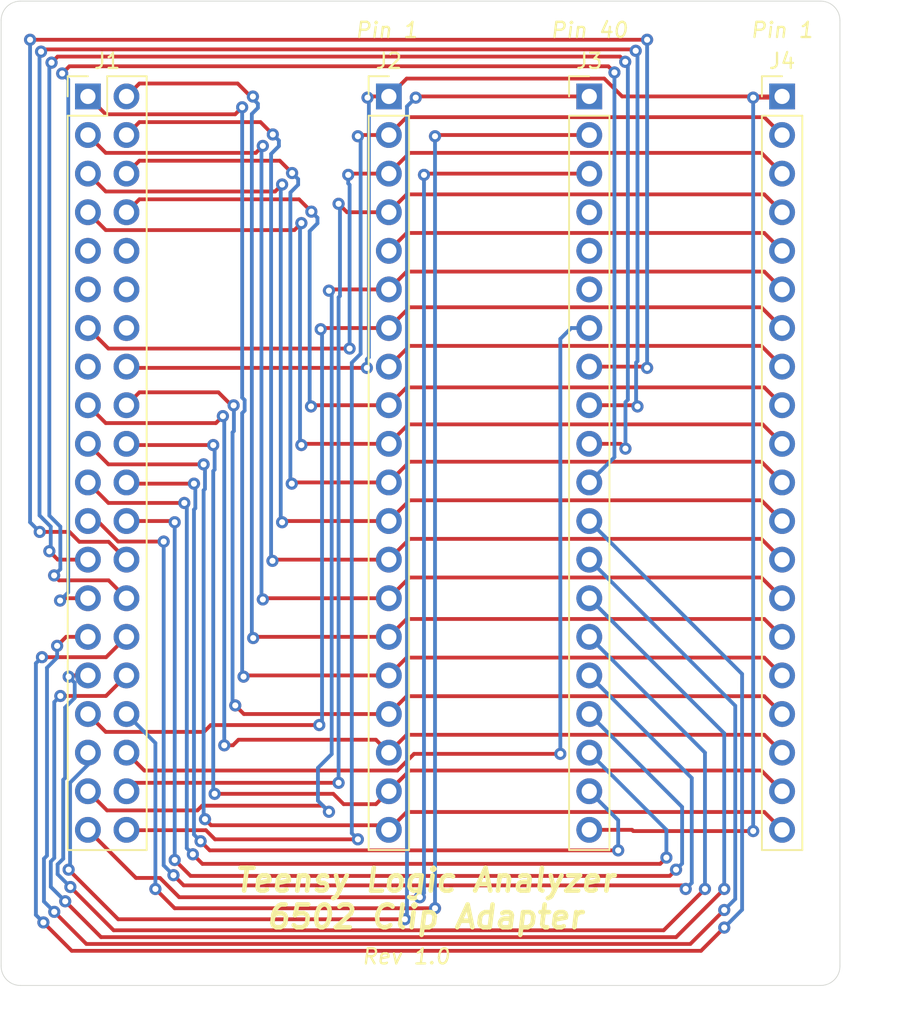
<source format=kicad_pcb>
(kicad_pcb (version 20171130) (host pcbnew "(5.1.12-1-10_14)")

  (general
    (thickness 1.6)
    (drawings 15)
    (tracks 514)
    (zones 0)
    (modules 4)
    (nets 40)
  )

  (page A)
  (title_block
    (title "TeensyLogicAnalyzer 6502 clip adapter")
    (date 2022-04-30)
    (rev 1.0)
    (company "Copyright (c) 2022 Jason R. Thorpe.  See LICENSE.")
  )

  (layers
    (0 F.Cu signal)
    (31 B.Cu signal)
    (32 B.Adhes user)
    (33 F.Adhes user)
    (34 B.Paste user)
    (35 F.Paste user)
    (36 B.SilkS user)
    (37 F.SilkS user)
    (38 B.Mask user)
    (39 F.Mask user)
    (40 Dwgs.User user)
    (41 Cmts.User user)
    (42 Eco1.User user)
    (43 Eco2.User user)
    (44 Edge.Cuts user)
    (45 Margin user)
    (46 B.CrtYd user)
    (47 F.CrtYd user)
    (48 B.Fab user)
    (49 F.Fab user)
  )

  (setup
    (last_trace_width 0.25)
    (trace_clearance 0.2)
    (zone_clearance 0.508)
    (zone_45_only no)
    (trace_min 0.2)
    (via_size 0.8)
    (via_drill 0.4)
    (via_min_size 0.4)
    (via_min_drill 0.3)
    (uvia_size 0.3)
    (uvia_drill 0.1)
    (uvias_allowed no)
    (uvia_min_size 0.2)
    (uvia_min_drill 0.1)
    (edge_width 0.05)
    (segment_width 0.2)
    (pcb_text_width 0.3)
    (pcb_text_size 1.5 1.5)
    (mod_edge_width 0.12)
    (mod_text_size 1 1)
    (mod_text_width 0.15)
    (pad_size 1.524 1.524)
    (pad_drill 0.762)
    (pad_to_mask_clearance 0)
    (aux_axis_origin 0 0)
    (visible_elements FFFFFF7F)
    (pcbplotparams
      (layerselection 0x010fc_ffffffff)
      (usegerberextensions false)
      (usegerberattributes true)
      (usegerberadvancedattributes true)
      (creategerberjobfile true)
      (excludeedgelayer true)
      (linewidth 0.100000)
      (plotframeref false)
      (viasonmask false)
      (mode 1)
      (useauxorigin false)
      (hpglpennumber 1)
      (hpglpenspeed 20)
      (hpglpendiameter 15.000000)
      (psnegative false)
      (psa4output false)
      (plotreference true)
      (plotvalue true)
      (plotinvisibletext false)
      (padsonsilk false)
      (subtractmaskfromsilk false)
      (outputformat 1)
      (mirror false)
      (drillshape 1)
      (scaleselection 1)
      (outputdirectory ""))
  )

  (net 0 "")
  (net 1 A7)
  (net 2 A6)
  (net 3 A5)
  (net 4 A4)
  (net 5 A3)
  (net 6 A2)
  (net 7 A1)
  (net 8 A0)
  (net 9 C10)
  (net 10 C11)
  (net 11 A9)
  (net 12 A8)
  (net 13 A11)
  (net 14 A10)
  (net 15 A13)
  (net 16 A12)
  (net 17 A15)
  (net 18 A14)
  (net 19 D1)
  (net 20 D0)
  (net 21 D3)
  (net 22 D2)
  (net 23 D5)
  (net 24 D4)
  (net 25 D7)
  (net 26 D6)
  (net 27 C1)
  (net 28 C0)
  (net 29 C3)
  (net 30 C2)
  (net 31 C5)
  (net 32 C4)
  (net 33 C7)
  (net 34 C6)
  (net 35 "Net-(J2-Pad5)")
  (net 36 "Net-(J2-Pad8)")
  (net 37 "Net-(J3-Pad4)")
  (net 38 "Net-(J3-Pad5)")
  (net 39 "Net-(J3-Pad6)")

  (net_class Default "This is the default net class."
    (clearance 0.2)
    (trace_width 0.25)
    (via_dia 0.8)
    (via_drill 0.4)
    (uvia_dia 0.3)
    (uvia_drill 0.1)
    (add_net A0)
    (add_net A1)
    (add_net A10)
    (add_net A11)
    (add_net A12)
    (add_net A13)
    (add_net A14)
    (add_net A15)
    (add_net A2)
    (add_net A3)
    (add_net A4)
    (add_net A5)
    (add_net A6)
    (add_net A7)
    (add_net A8)
    (add_net A9)
    (add_net C0)
    (add_net C1)
    (add_net C10)
    (add_net C11)
    (add_net C2)
    (add_net C3)
    (add_net C4)
    (add_net C5)
    (add_net C6)
    (add_net C7)
    (add_net D0)
    (add_net D1)
    (add_net D2)
    (add_net D3)
    (add_net D4)
    (add_net D5)
    (add_net D6)
    (add_net D7)
    (add_net "Net-(J2-Pad5)")
    (add_net "Net-(J2-Pad8)")
    (add_net "Net-(J3-Pad4)")
    (add_net "Net-(J3-Pad5)")
    (add_net "Net-(J3-Pad6)")
  )

  (module Connector_PinHeader_2.54mm:PinHeader_2x20_P2.54mm_Vertical (layer F.Cu) (tedit 59FED5CC) (tstamp 626DB41E)
    (at 125.095 76.755001)
    (descr "Through hole straight pin header, 2x20, 2.54mm pitch, double rows")
    (tags "Through hole pin header THT 2x20 2.54mm double row")
    (path /62778E6D)
    (fp_text reference J1 (at 1.27 -2.33) (layer F.SilkS)
      (effects (font (size 1 1) (thickness 0.15)))
    )
    (fp_text value Conn_02x20 (at 1.27 50.59) (layer F.Fab) hide
      (effects (font (size 1 1) (thickness 0.15)))
    )
    (fp_line (start 4.35 -1.8) (end -1.8 -1.8) (layer F.CrtYd) (width 0.05))
    (fp_line (start 4.35 50.05) (end 4.35 -1.8) (layer F.CrtYd) (width 0.05))
    (fp_line (start -1.8 50.05) (end 4.35 50.05) (layer F.CrtYd) (width 0.05))
    (fp_line (start -1.8 -1.8) (end -1.8 50.05) (layer F.CrtYd) (width 0.05))
    (fp_line (start -1.33 -1.33) (end 0 -1.33) (layer F.SilkS) (width 0.12))
    (fp_line (start -1.33 0) (end -1.33 -1.33) (layer F.SilkS) (width 0.12))
    (fp_line (start 1.27 -1.33) (end 3.87 -1.33) (layer F.SilkS) (width 0.12))
    (fp_line (start 1.27 1.27) (end 1.27 -1.33) (layer F.SilkS) (width 0.12))
    (fp_line (start -1.33 1.27) (end 1.27 1.27) (layer F.SilkS) (width 0.12))
    (fp_line (start 3.87 -1.33) (end 3.87 49.59) (layer F.SilkS) (width 0.12))
    (fp_line (start -1.33 1.27) (end -1.33 49.59) (layer F.SilkS) (width 0.12))
    (fp_line (start -1.33 49.59) (end 3.87 49.59) (layer F.SilkS) (width 0.12))
    (fp_line (start -1.27 0) (end 0 -1.27) (layer F.Fab) (width 0.1))
    (fp_line (start -1.27 49.53) (end -1.27 0) (layer F.Fab) (width 0.1))
    (fp_line (start 3.81 49.53) (end -1.27 49.53) (layer F.Fab) (width 0.1))
    (fp_line (start 3.81 -1.27) (end 3.81 49.53) (layer F.Fab) (width 0.1))
    (fp_line (start 0 -1.27) (end 3.81 -1.27) (layer F.Fab) (width 0.1))
    (fp_text user %R (at 1.27 24.13 90) (layer F.Fab)
      (effects (font (size 1 1) (thickness 0.15)))
    )
    (pad 1 thru_hole rect (at 0 0) (size 1.7 1.7) (drill 1) (layers *.Cu *.Mask)
      (net 1 A7))
    (pad 2 thru_hole oval (at 2.54 0) (size 1.7 1.7) (drill 1) (layers *.Cu *.Mask)
      (net 2 A6))
    (pad 3 thru_hole oval (at 0 2.54) (size 1.7 1.7) (drill 1) (layers *.Cu *.Mask)
      (net 3 A5))
    (pad 4 thru_hole oval (at 2.54 2.54) (size 1.7 1.7) (drill 1) (layers *.Cu *.Mask)
      (net 4 A4))
    (pad 5 thru_hole oval (at 0 5.08) (size 1.7 1.7) (drill 1) (layers *.Cu *.Mask)
      (net 5 A3))
    (pad 6 thru_hole oval (at 2.54 5.08) (size 1.7 1.7) (drill 1) (layers *.Cu *.Mask)
      (net 6 A2))
    (pad 7 thru_hole oval (at 0 7.62) (size 1.7 1.7) (drill 1) (layers *.Cu *.Mask)
      (net 7 A1))
    (pad 8 thru_hole oval (at 2.54 7.62) (size 1.7 1.7) (drill 1) (layers *.Cu *.Mask)
      (net 8 A0))
    (pad 9 thru_hole oval (at 0 10.16) (size 1.7 1.7) (drill 1) (layers *.Cu *.Mask)
      (net 9 C10))
    (pad 10 thru_hole oval (at 2.54 10.16) (size 1.7 1.7) (drill 1) (layers *.Cu *.Mask)
      (net 9 C10))
    (pad 11 thru_hole oval (at 0 12.7) (size 1.7 1.7) (drill 1) (layers *.Cu *.Mask)
      (net 9 C10))
    (pad 12 thru_hole oval (at 2.54 12.7) (size 1.7 1.7) (drill 1) (layers *.Cu *.Mask)
      (net 9 C10))
    (pad 13 thru_hole oval (at 0 15.24) (size 1.7 1.7) (drill 1) (layers *.Cu *.Mask)
      (net 10 C11))
    (pad 14 thru_hole oval (at 2.54 15.24) (size 1.7 1.7) (drill 1) (layers *.Cu *.Mask)
      (net 9 C10))
    (pad 15 thru_hole oval (at 0 17.78) (size 1.7 1.7) (drill 1) (layers *.Cu *.Mask)
      (net 9 C10))
    (pad 16 thru_hole oval (at 2.54 17.78) (size 1.7 1.7) (drill 1) (layers *.Cu *.Mask)
      (net 9 C10))
    (pad 17 thru_hole oval (at 0 20.32) (size 1.7 1.7) (drill 1) (layers *.Cu *.Mask)
      (net 11 A9))
    (pad 18 thru_hole oval (at 2.54 20.32) (size 1.7 1.7) (drill 1) (layers *.Cu *.Mask)
      (net 12 A8))
    (pad 19 thru_hole oval (at 0 22.86) (size 1.7 1.7) (drill 1) (layers *.Cu *.Mask)
      (net 13 A11))
    (pad 20 thru_hole oval (at 2.54 22.86) (size 1.7 1.7) (drill 1) (layers *.Cu *.Mask)
      (net 14 A10))
    (pad 21 thru_hole oval (at 0 25.4) (size 1.7 1.7) (drill 1) (layers *.Cu *.Mask)
      (net 15 A13))
    (pad 22 thru_hole oval (at 2.54 25.4) (size 1.7 1.7) (drill 1) (layers *.Cu *.Mask)
      (net 16 A12))
    (pad 23 thru_hole oval (at 0 27.94) (size 1.7 1.7) (drill 1) (layers *.Cu *.Mask)
      (net 17 A15))
    (pad 24 thru_hole oval (at 2.54 27.94) (size 1.7 1.7) (drill 1) (layers *.Cu *.Mask)
      (net 18 A14))
    (pad 25 thru_hole oval (at 0 30.48) (size 1.7 1.7) (drill 1) (layers *.Cu *.Mask)
      (net 19 D1))
    (pad 26 thru_hole oval (at 2.54 30.48) (size 1.7 1.7) (drill 1) (layers *.Cu *.Mask)
      (net 20 D0))
    (pad 27 thru_hole oval (at 0 33.02) (size 1.7 1.7) (drill 1) (layers *.Cu *.Mask)
      (net 21 D3))
    (pad 28 thru_hole oval (at 2.54 33.02) (size 1.7 1.7) (drill 1) (layers *.Cu *.Mask)
      (net 22 D2))
    (pad 29 thru_hole oval (at 0 35.56) (size 1.7 1.7) (drill 1) (layers *.Cu *.Mask)
      (net 23 D5))
    (pad 30 thru_hole oval (at 2.54 35.56) (size 1.7 1.7) (drill 1) (layers *.Cu *.Mask)
      (net 24 D4))
    (pad 31 thru_hole oval (at 0 38.1) (size 1.7 1.7) (drill 1) (layers *.Cu *.Mask)
      (net 25 D7))
    (pad 32 thru_hole oval (at 2.54 38.1) (size 1.7 1.7) (drill 1) (layers *.Cu *.Mask)
      (net 26 D6))
    (pad 33 thru_hole oval (at 0 40.64) (size 1.7 1.7) (drill 1) (layers *.Cu *.Mask)
      (net 27 C1))
    (pad 34 thru_hole oval (at 2.54 40.64) (size 1.7 1.7) (drill 1) (layers *.Cu *.Mask)
      (net 28 C0))
    (pad 35 thru_hole oval (at 0 43.18) (size 1.7 1.7) (drill 1) (layers *.Cu *.Mask)
      (net 29 C3))
    (pad 36 thru_hole oval (at 2.54 43.18) (size 1.7 1.7) (drill 1) (layers *.Cu *.Mask)
      (net 30 C2))
    (pad 37 thru_hole oval (at 0 45.72) (size 1.7 1.7) (drill 1) (layers *.Cu *.Mask)
      (net 31 C5))
    (pad 38 thru_hole oval (at 2.54 45.72) (size 1.7 1.7) (drill 1) (layers *.Cu *.Mask)
      (net 32 C4))
    (pad 39 thru_hole oval (at 0 48.26) (size 1.7 1.7) (drill 1) (layers *.Cu *.Mask)
      (net 33 C7))
    (pad 40 thru_hole oval (at 2.54 48.26) (size 1.7 1.7) (drill 1) (layers *.Cu *.Mask)
      (net 34 C6))
    (model ${KISYS3DMOD}/Connector_PinHeader_2.54mm.3dshapes/PinHeader_2x20_P2.54mm_Vertical.wrl
      (at (xyz 0 0 0))
      (scale (xyz 1 1 1))
      (rotate (xyz 0 0 0))
    )
  )

  (module Connector_PinHeader_2.54mm:PinHeader_1x20_P2.54mm_Vertical (layer F.Cu) (tedit 59FED5CC) (tstamp 626DB446)
    (at 144.915001 76.755001)
    (descr "Through hole straight pin header, 1x20, 2.54mm pitch, single row")
    (tags "Through hole pin header THT 1x20 2.54mm single row")
    (path /6287A8D2)
    (fp_text reference J2 (at 0 -2.33) (layer F.SilkS)
      (effects (font (size 1 1) (thickness 0.15)))
    )
    (fp_text value Conn_01x20 (at 0 50.59) (layer F.Fab) hide
      (effects (font (size 1 1) (thickness 0.15)))
    )
    (fp_line (start 1.8 -1.8) (end -1.8 -1.8) (layer F.CrtYd) (width 0.05))
    (fp_line (start 1.8 50.05) (end 1.8 -1.8) (layer F.CrtYd) (width 0.05))
    (fp_line (start -1.8 50.05) (end 1.8 50.05) (layer F.CrtYd) (width 0.05))
    (fp_line (start -1.8 -1.8) (end -1.8 50.05) (layer F.CrtYd) (width 0.05))
    (fp_line (start -1.33 -1.33) (end 0 -1.33) (layer F.SilkS) (width 0.12))
    (fp_line (start -1.33 0) (end -1.33 -1.33) (layer F.SilkS) (width 0.12))
    (fp_line (start -1.33 1.27) (end 1.33 1.27) (layer F.SilkS) (width 0.12))
    (fp_line (start 1.33 1.27) (end 1.33 49.59) (layer F.SilkS) (width 0.12))
    (fp_line (start -1.33 1.27) (end -1.33 49.59) (layer F.SilkS) (width 0.12))
    (fp_line (start -1.33 49.59) (end 1.33 49.59) (layer F.SilkS) (width 0.12))
    (fp_line (start -1.27 -0.635) (end -0.635 -1.27) (layer F.Fab) (width 0.1))
    (fp_line (start -1.27 49.53) (end -1.27 -0.635) (layer F.Fab) (width 0.1))
    (fp_line (start 1.27 49.53) (end -1.27 49.53) (layer F.Fab) (width 0.1))
    (fp_line (start 1.27 -1.27) (end 1.27 49.53) (layer F.Fab) (width 0.1))
    (fp_line (start -0.635 -1.27) (end 1.27 -1.27) (layer F.Fab) (width 0.1))
    (fp_text user %R (at 0 24.13 90) (layer F.Fab)
      (effects (font (size 1 1) (thickness 0.15)))
    )
    (pad 1 thru_hole rect (at 0 0) (size 1.7 1.7) (drill 1) (layers *.Cu *.Mask)
      (net 9 C10))
    (pad 2 thru_hole oval (at 0 2.54) (size 1.7 1.7) (drill 1) (layers *.Cu *.Mask)
      (net 34 C6))
    (pad 3 thru_hole oval (at 0 5.08) (size 1.7 1.7) (drill 1) (layers *.Cu *.Mask)
      (net 10 C11))
    (pad 4 thru_hole oval (at 0 7.62) (size 1.7 1.7) (drill 1) (layers *.Cu *.Mask)
      (net 32 C4))
    (pad 5 thru_hole oval (at 0 10.16) (size 1.7 1.7) (drill 1) (layers *.Cu *.Mask)
      (net 35 "Net-(J2-Pad5)"))
    (pad 6 thru_hole oval (at 0 12.7) (size 1.7 1.7) (drill 1) (layers *.Cu *.Mask)
      (net 31 C5))
    (pad 7 thru_hole oval (at 0 15.24) (size 1.7 1.7) (drill 1) (layers *.Cu *.Mask)
      (net 27 C1))
    (pad 8 thru_hole oval (at 0 17.78) (size 1.7 1.7) (drill 1) (layers *.Cu *.Mask)
      (net 36 "Net-(J2-Pad8)"))
    (pad 9 thru_hole oval (at 0 20.32) (size 1.7 1.7) (drill 1) (layers *.Cu *.Mask)
      (net 8 A0))
    (pad 10 thru_hole oval (at 0 22.86) (size 1.7 1.7) (drill 1) (layers *.Cu *.Mask)
      (net 7 A1))
    (pad 11 thru_hole oval (at 0 25.4) (size 1.7 1.7) (drill 1) (layers *.Cu *.Mask)
      (net 6 A2))
    (pad 12 thru_hole oval (at 0 27.94) (size 1.7 1.7) (drill 1) (layers *.Cu *.Mask)
      (net 5 A3))
    (pad 13 thru_hole oval (at 0 30.48) (size 1.7 1.7) (drill 1) (layers *.Cu *.Mask)
      (net 4 A4))
    (pad 14 thru_hole oval (at 0 33.02) (size 1.7 1.7) (drill 1) (layers *.Cu *.Mask)
      (net 3 A5))
    (pad 15 thru_hole oval (at 0 35.56) (size 1.7 1.7) (drill 1) (layers *.Cu *.Mask)
      (net 2 A6))
    (pad 16 thru_hole oval (at 0 38.1) (size 1.7 1.7) (drill 1) (layers *.Cu *.Mask)
      (net 1 A7))
    (pad 17 thru_hole oval (at 0 40.64) (size 1.7 1.7) (drill 1) (layers *.Cu *.Mask)
      (net 12 A8))
    (pad 18 thru_hole oval (at 0 43.18) (size 1.7 1.7) (drill 1) (layers *.Cu *.Mask)
      (net 11 A9))
    (pad 19 thru_hole oval (at 0 45.72) (size 1.7 1.7) (drill 1) (layers *.Cu *.Mask)
      (net 14 A10))
    (pad 20 thru_hole oval (at 0 48.26) (size 1.7 1.7) (drill 1) (layers *.Cu *.Mask)
      (net 13 A11))
    (model ${KISYS3DMOD}/Connector_PinHeader_2.54mm.3dshapes/PinHeader_1x20_P2.54mm_Vertical.wrl
      (at (xyz 0 0 0))
      (scale (xyz 1 1 1))
      (rotate (xyz 0 0 0))
    )
  )

  (module Connector_PinHeader_2.54mm:PinHeader_1x20_P2.54mm_Vertical (layer F.Cu) (tedit 59FED5CC) (tstamp 626DBF41)
    (at 158.115 76.755001)
    (descr "Through hole straight pin header, 1x20, 2.54mm pitch, single row")
    (tags "Through hole pin header THT 1x20 2.54mm single row")
    (path /62883555)
    (fp_text reference J3 (at 0 -2.33) (layer F.SilkS)
      (effects (font (size 1 1) (thickness 0.15)))
    )
    (fp_text value Conn_01x20 (at 0 50.59) (layer F.Fab) hide
      (effects (font (size 1 1) (thickness 0.15)))
    )
    (fp_line (start 1.8 -1.8) (end -1.8 -1.8) (layer F.CrtYd) (width 0.05))
    (fp_line (start 1.8 50.05) (end 1.8 -1.8) (layer F.CrtYd) (width 0.05))
    (fp_line (start -1.8 50.05) (end 1.8 50.05) (layer F.CrtYd) (width 0.05))
    (fp_line (start -1.8 -1.8) (end -1.8 50.05) (layer F.CrtYd) (width 0.05))
    (fp_line (start -1.33 -1.33) (end 0 -1.33) (layer F.SilkS) (width 0.12))
    (fp_line (start -1.33 0) (end -1.33 -1.33) (layer F.SilkS) (width 0.12))
    (fp_line (start -1.33 1.27) (end 1.33 1.27) (layer F.SilkS) (width 0.12))
    (fp_line (start 1.33 1.27) (end 1.33 49.59) (layer F.SilkS) (width 0.12))
    (fp_line (start -1.33 1.27) (end -1.33 49.59) (layer F.SilkS) (width 0.12))
    (fp_line (start -1.33 49.59) (end 1.33 49.59) (layer F.SilkS) (width 0.12))
    (fp_line (start -1.27 -0.635) (end -0.635 -1.27) (layer F.Fab) (width 0.1))
    (fp_line (start -1.27 49.53) (end -1.27 -0.635) (layer F.Fab) (width 0.1))
    (fp_line (start 1.27 49.53) (end -1.27 49.53) (layer F.Fab) (width 0.1))
    (fp_line (start 1.27 -1.27) (end 1.27 49.53) (layer F.Fab) (width 0.1))
    (fp_line (start -0.635 -1.27) (end 1.27 -1.27) (layer F.Fab) (width 0.1))
    (fp_text user %R (at 0 24.13 90) (layer F.Fab)
      (effects (font (size 1 1) (thickness 0.15)))
    )
    (pad 1 thru_hole rect (at 0 0) (size 1.7 1.7) (drill 1) (layers *.Cu *.Mask)
      (net 29 C3))
    (pad 2 thru_hole oval (at 0 2.54) (size 1.7 1.7) (drill 1) (layers *.Cu *.Mask)
      (net 28 C0))
    (pad 3 thru_hole oval (at 0 5.08) (size 1.7 1.7) (drill 1) (layers *.Cu *.Mask)
      (net 33 C7))
    (pad 4 thru_hole oval (at 0 7.62) (size 1.7 1.7) (drill 1) (layers *.Cu *.Mask)
      (net 37 "Net-(J3-Pad4)"))
    (pad 5 thru_hole oval (at 0 10.16) (size 1.7 1.7) (drill 1) (layers *.Cu *.Mask)
      (net 38 "Net-(J3-Pad5)"))
    (pad 6 thru_hole oval (at 0 12.7) (size 1.7 1.7) (drill 1) (layers *.Cu *.Mask)
      (net 39 "Net-(J3-Pad6)"))
    (pad 7 thru_hole oval (at 0 15.24) (size 1.7 1.7) (drill 1) (layers *.Cu *.Mask)
      (net 30 C2))
    (pad 8 thru_hole oval (at 0 17.78) (size 1.7 1.7) (drill 1) (layers *.Cu *.Mask)
      (net 20 D0))
    (pad 9 thru_hole oval (at 0 20.32) (size 1.7 1.7) (drill 1) (layers *.Cu *.Mask)
      (net 19 D1))
    (pad 10 thru_hole oval (at 0 22.86) (size 1.7 1.7) (drill 1) (layers *.Cu *.Mask)
      (net 22 D2))
    (pad 11 thru_hole oval (at 0 25.4) (size 1.7 1.7) (drill 1) (layers *.Cu *.Mask)
      (net 21 D3))
    (pad 12 thru_hole oval (at 0 27.94) (size 1.7 1.7) (drill 1) (layers *.Cu *.Mask)
      (net 24 D4))
    (pad 13 thru_hole oval (at 0 30.48) (size 1.7 1.7) (drill 1) (layers *.Cu *.Mask)
      (net 23 D5))
    (pad 14 thru_hole oval (at 0 33.02) (size 1.7 1.7) (drill 1) (layers *.Cu *.Mask)
      (net 26 D6))
    (pad 15 thru_hole oval (at 0 35.56) (size 1.7 1.7) (drill 1) (layers *.Cu *.Mask)
      (net 25 D7))
    (pad 16 thru_hole oval (at 0 38.1) (size 1.7 1.7) (drill 1) (layers *.Cu *.Mask)
      (net 17 A15))
    (pad 17 thru_hole oval (at 0 40.64) (size 1.7 1.7) (drill 1) (layers *.Cu *.Mask)
      (net 18 A14))
    (pad 18 thru_hole oval (at 0 43.18) (size 1.7 1.7) (drill 1) (layers *.Cu *.Mask)
      (net 15 A13))
    (pad 19 thru_hole oval (at 0 45.72) (size 1.7 1.7) (drill 1) (layers *.Cu *.Mask)
      (net 16 A12))
    (pad 20 thru_hole oval (at 0 48.26) (size 1.7 1.7) (drill 1) (layers *.Cu *.Mask)
      (net 9 C10))
    (model ${KISYS3DMOD}/Connector_PinHeader_2.54mm.3dshapes/PinHeader_1x20_P2.54mm_Vertical.wrl
      (at (xyz 0 0 0))
      (scale (xyz 1 1 1))
      (rotate (xyz 0 0 0))
    )
  )

  (module Connector_PinHeader_2.54mm:PinHeader_1x20_P2.54mm_Vertical (layer F.Cu) (tedit 59FED5CC) (tstamp 626DB496)
    (at 170.815 76.755001)
    (descr "Through hole straight pin header, 1x20, 2.54mm pitch, single row")
    (tags "Through hole pin header THT 1x20 2.54mm single row")
    (path /6288332E)
    (fp_text reference J4 (at 0 -2.33) (layer F.SilkS)
      (effects (font (size 1 1) (thickness 0.15)))
    )
    (fp_text value Conn_01x20 (at 0 50.59) (layer F.Fab) hide
      (effects (font (size 1 1) (thickness 0.15)))
    )
    (fp_text user %R (at 0 24.13 90) (layer F.Fab)
      (effects (font (size 1 1) (thickness 0.15)))
    )
    (fp_line (start -0.635 -1.27) (end 1.27 -1.27) (layer F.Fab) (width 0.1))
    (fp_line (start 1.27 -1.27) (end 1.27 49.53) (layer F.Fab) (width 0.1))
    (fp_line (start 1.27 49.53) (end -1.27 49.53) (layer F.Fab) (width 0.1))
    (fp_line (start -1.27 49.53) (end -1.27 -0.635) (layer F.Fab) (width 0.1))
    (fp_line (start -1.27 -0.635) (end -0.635 -1.27) (layer F.Fab) (width 0.1))
    (fp_line (start -1.33 49.59) (end 1.33 49.59) (layer F.SilkS) (width 0.12))
    (fp_line (start -1.33 1.27) (end -1.33 49.59) (layer F.SilkS) (width 0.12))
    (fp_line (start 1.33 1.27) (end 1.33 49.59) (layer F.SilkS) (width 0.12))
    (fp_line (start -1.33 1.27) (end 1.33 1.27) (layer F.SilkS) (width 0.12))
    (fp_line (start -1.33 0) (end -1.33 -1.33) (layer F.SilkS) (width 0.12))
    (fp_line (start -1.33 -1.33) (end 0 -1.33) (layer F.SilkS) (width 0.12))
    (fp_line (start -1.8 -1.8) (end -1.8 50.05) (layer F.CrtYd) (width 0.05))
    (fp_line (start -1.8 50.05) (end 1.8 50.05) (layer F.CrtYd) (width 0.05))
    (fp_line (start 1.8 50.05) (end 1.8 -1.8) (layer F.CrtYd) (width 0.05))
    (fp_line (start 1.8 -1.8) (end -1.8 -1.8) (layer F.CrtYd) (width 0.05))
    (pad 20 thru_hole oval (at 0 48.26) (size 1.7 1.7) (drill 1) (layers *.Cu *.Mask)
      (net 13 A11))
    (pad 19 thru_hole oval (at 0 45.72) (size 1.7 1.7) (drill 1) (layers *.Cu *.Mask)
      (net 14 A10))
    (pad 18 thru_hole oval (at 0 43.18) (size 1.7 1.7) (drill 1) (layers *.Cu *.Mask)
      (net 11 A9))
    (pad 17 thru_hole oval (at 0 40.64) (size 1.7 1.7) (drill 1) (layers *.Cu *.Mask)
      (net 12 A8))
    (pad 16 thru_hole oval (at 0 38.1) (size 1.7 1.7) (drill 1) (layers *.Cu *.Mask)
      (net 1 A7))
    (pad 15 thru_hole oval (at 0 35.56) (size 1.7 1.7) (drill 1) (layers *.Cu *.Mask)
      (net 2 A6))
    (pad 14 thru_hole oval (at 0 33.02) (size 1.7 1.7) (drill 1) (layers *.Cu *.Mask)
      (net 3 A5))
    (pad 13 thru_hole oval (at 0 30.48) (size 1.7 1.7) (drill 1) (layers *.Cu *.Mask)
      (net 4 A4))
    (pad 12 thru_hole oval (at 0 27.94) (size 1.7 1.7) (drill 1) (layers *.Cu *.Mask)
      (net 5 A3))
    (pad 11 thru_hole oval (at 0 25.4) (size 1.7 1.7) (drill 1) (layers *.Cu *.Mask)
      (net 6 A2))
    (pad 10 thru_hole oval (at 0 22.86) (size 1.7 1.7) (drill 1) (layers *.Cu *.Mask)
      (net 7 A1))
    (pad 9 thru_hole oval (at 0 20.32) (size 1.7 1.7) (drill 1) (layers *.Cu *.Mask)
      (net 8 A0))
    (pad 8 thru_hole oval (at 0 17.78) (size 1.7 1.7) (drill 1) (layers *.Cu *.Mask)
      (net 36 "Net-(J2-Pad8)"))
    (pad 7 thru_hole oval (at 0 15.24) (size 1.7 1.7) (drill 1) (layers *.Cu *.Mask)
      (net 27 C1))
    (pad 6 thru_hole oval (at 0 12.7) (size 1.7 1.7) (drill 1) (layers *.Cu *.Mask)
      (net 31 C5))
    (pad 5 thru_hole oval (at 0 10.16) (size 1.7 1.7) (drill 1) (layers *.Cu *.Mask)
      (net 35 "Net-(J2-Pad5)"))
    (pad 4 thru_hole oval (at 0 7.62) (size 1.7 1.7) (drill 1) (layers *.Cu *.Mask)
      (net 32 C4))
    (pad 3 thru_hole oval (at 0 5.08) (size 1.7 1.7) (drill 1) (layers *.Cu *.Mask)
      (net 10 C11))
    (pad 2 thru_hole oval (at 0 2.54) (size 1.7 1.7) (drill 1) (layers *.Cu *.Mask)
      (net 34 C6))
    (pad 1 thru_hole rect (at 0 0) (size 1.7 1.7) (drill 1) (layers *.Cu *.Mask)
      (net 9 C10))
    (model ${KISYS3DMOD}/Connector_PinHeader_2.54mm.3dshapes/PinHeader_1x20_P2.54mm_Vertical.wrl
      (at (xyz 0 0 0))
      (scale (xyz 1 1 1))
      (rotate (xyz 0 0 0))
    )
  )

  (gr_text "Rev 1.0" (at 146.05 133.35) (layer F.SilkS) (tstamp 626DD411)
    (effects (font (size 1 1) (thickness 0.15) italic))
  )
  (dimension 64.77 (width 0.15) (layer Dwgs.User)
    (gr_text "64.770 mm" (at 177.83 102.87 90) (layer Dwgs.User)
      (effects (font (size 1 1) (thickness 0.15)))
    )
    (feature1 (pts (xy 174.625 70.485) (xy 177.116421 70.485)))
    (feature2 (pts (xy 174.625 135.255) (xy 177.116421 135.255)))
    (crossbar (pts (xy 176.53 135.255) (xy 176.53 70.485)))
    (arrow1a (pts (xy 176.53 70.485) (xy 177.116421 71.611504)))
    (arrow1b (pts (xy 176.53 70.485) (xy 175.943579 71.611504)))
    (arrow2a (pts (xy 176.53 135.255) (xy 177.116421 134.128496)))
    (arrow2b (pts (xy 176.53 135.255) (xy 175.943579 134.128496)))
  )
  (dimension 55.245 (width 0.15) (layer Dwgs.User)
    (gr_text "55.245 mm" (at 147.0025 138.46) (layer Dwgs.User)
      (effects (font (size 1 1) (thickness 0.15)))
    )
    (feature1 (pts (xy 174.625 135.255) (xy 174.625 137.746421)))
    (feature2 (pts (xy 119.38 135.255) (xy 119.38 137.746421)))
    (crossbar (pts (xy 119.38 137.16) (xy 174.625 137.16)))
    (arrow1a (pts (xy 174.625 137.16) (xy 173.498496 137.746421)))
    (arrow1b (pts (xy 174.625 137.16) (xy 173.498496 136.573579)))
    (arrow2a (pts (xy 119.38 137.16) (xy 120.506504 137.746421)))
    (arrow2b (pts (xy 119.38 137.16) (xy 120.506504 136.573579)))
  )
  (gr_arc (start 120.65 71.755) (end 120.65 70.485) (angle -90) (layer Edge.Cuts) (width 0.05))
  (gr_arc (start 120.65 133.985) (end 119.38 133.985) (angle -90) (layer Edge.Cuts) (width 0.05))
  (gr_arc (start 173.355 133.985) (end 173.355 135.255) (angle -90) (layer Edge.Cuts) (width 0.05))
  (gr_arc (start 173.355 71.755) (end 174.625 71.755) (angle -90) (layer Edge.Cuts) (width 0.05))
  (gr_line (start 119.38 133.985) (end 119.38 71.755) (layer Edge.Cuts) (width 0.05) (tstamp 626DC885))
  (gr_line (start 173.355 135.255) (end 120.65 135.255) (layer Edge.Cuts) (width 0.05))
  (gr_line (start 174.625 71.755) (end 174.625 133.985) (layer Edge.Cuts) (width 0.05))
  (gr_line (start 120.65 70.485) (end 173.355 70.485) (layer Edge.Cuts) (width 0.05))
  (gr_text "Teensy Logic Analyzer\n6502 Clip Adapter" (at 147.32 129.54) (layer F.SilkS)
    (effects (font (size 1.5 1.5) (thickness 0.3) italic))
  )
  (gr_text "Pin 40" (at 158.115 72.39) (layer F.SilkS) (tstamp 626DBBB8)
    (effects (font (size 1 1) (thickness 0.15) italic))
  )
  (gr_text "Pin 1" (at 170.815 72.39) (layer F.SilkS) (tstamp 626DBBB6)
    (effects (font (size 1 1) (thickness 0.15) italic))
  )
  (gr_text "Pin 1" (at 144.78 72.39) (layer F.SilkS)
    (effects (font (size 1 1) (thickness 0.15) italic))
  )

  (segment (start 169.639999 113.68) (end 170.815 114.855001) (width 0.25) (layer F.Cu) (net 1) (status 20))
  (segment (start 146.090002 113.68) (end 169.639999 113.68) (width 0.25) (layer F.Cu) (net 1))
  (segment (start 144.915001 114.855001) (end 146.090002 113.68) (width 0.25) (layer F.Cu) (net 1) (status 10))
  (via (at 135.255 77.47) (size 0.8) (drill 0.4) (layers F.Cu B.Cu) (net 1))
  (segment (start 126.270001 77.930002) (end 125.095 76.755001) (width 0.25) (layer F.Cu) (net 1) (status 20))
  (segment (start 134.794998 77.930002) (end 126.270001 77.930002) (width 0.25) (layer F.Cu) (net 1))
  (segment (start 135.255 77.47) (end 134.794998 77.930002) (width 0.25) (layer F.Cu) (net 1))
  (via (at 135.34501 114.935) (size 0.8) (drill 0.4) (layers F.Cu B.Cu) (net 1))
  (segment (start 144.915001 114.855001) (end 135.425009 114.855001) (width 0.25) (layer F.Cu) (net 1) (status 10))
  (segment (start 135.425009 114.855001) (end 135.34501 114.935) (width 0.25) (layer F.Cu) (net 1))
  (segment (start 135.417117 96.734883) (end 135.417117 97.430887) (width 0.25) (layer B.Cu) (net 1))
  (segment (start 135.255 77.47) (end 135.255 96.572766) (width 0.25) (layer B.Cu) (net 1))
  (segment (start 135.255 96.572766) (end 135.417117 96.734883) (width 0.25) (layer B.Cu) (net 1))
  (segment (start 135.255 97.593004) (end 135.255 114.84499) (width 0.25) (layer B.Cu) (net 1))
  (segment (start 135.417117 97.430887) (end 135.255 97.593004) (width 0.25) (layer B.Cu) (net 1))
  (segment (start 135.255 114.84499) (end 135.34501 114.935) (width 0.25) (layer B.Cu) (net 1))
  (segment (start 169.639999 111.14) (end 170.815 112.315001) (width 0.25) (layer F.Cu) (net 2) (status 20))
  (segment (start 146.090002 111.14) (end 169.639999 111.14) (width 0.25) (layer F.Cu) (net 2))
  (segment (start 144.915001 112.315001) (end 146.090002 111.14) (width 0.25) (layer F.Cu) (net 2) (status 10))
  (via (at 135.98001 112.395) (size 0.8) (drill 0.4) (layers F.Cu B.Cu) (net 2))
  (via (at 135.962115 76.762885) (size 0.8) (drill 0.4) (layers F.Cu B.Cu) (net 2))
  (segment (start 135.89 76.835) (end 135.962115 76.762885) (width 0.25) (layer F.Cu) (net 2))
  (segment (start 135.89 76.835) (end 135.962115 76.762885) (width 0.25) (layer B.Cu) (net 2))
  (segment (start 144.915001 112.315001) (end 136.060009 112.315001) (width 0.25) (layer F.Cu) (net 2) (status 10))
  (segment (start 136.060009 112.315001) (end 135.98001 112.395) (width 0.25) (layer F.Cu) (net 2))
  (segment (start 134.960002 75.905002) (end 135.89 76.835) (width 0.25) (layer F.Cu) (net 2))
  (segment (start 128.484999 75.905002) (end 134.960002 75.905002) (width 0.25) (layer F.Cu) (net 2))
  (segment (start 135.98001 112.395) (end 135.89 112.30499) (width 0.25) (layer B.Cu) (net 2))
  (segment (start 135.89 77.908004) (end 136.289999 77.508005) (width 0.25) (layer B.Cu) (net 2))
  (segment (start 127.635 76.755001) (end 128.484999 75.905002) (width 0.25) (layer F.Cu) (net 2) (status 10))
  (segment (start 135.89 112.30499) (end 135.89 77.908004) (width 0.25) (layer B.Cu) (net 2))
  (segment (start 136.289999 77.508005) (end 136.289999 77.234999) (width 0.25) (layer B.Cu) (net 2))
  (segment (start 136.289999 77.234999) (end 135.89 76.835) (width 0.25) (layer B.Cu) (net 2))
  (segment (start 169.450001 108.410002) (end 170.815 109.775001) (width 0.25) (layer F.Cu) (net 3) (status 20))
  (segment (start 146.28 108.410002) (end 169.450001 108.410002) (width 0.25) (layer F.Cu) (net 3))
  (segment (start 144.915001 109.775001) (end 146.28 108.410002) (width 0.25) (layer F.Cu) (net 3) (status 10))
  (via (at 136.61501 109.855) (size 0.8) (drill 0.4) (layers F.Cu B.Cu) (net 3))
  (segment (start 126.270001 80.470002) (end 136.155008 80.470002) (width 0.25) (layer F.Cu) (net 3))
  (via (at 136.61501 80.01) (size 0.8) (drill 0.4) (layers F.Cu B.Cu) (net 3))
  (segment (start 136.695009 109.775001) (end 136.61501 109.855) (width 0.25) (layer F.Cu) (net 3))
  (segment (start 136.155008 80.470002) (end 136.61501 80.01) (width 0.25) (layer F.Cu) (net 3))
  (segment (start 144.915001 109.775001) (end 136.695009 109.775001) (width 0.25) (layer F.Cu) (net 3) (status 10))
  (segment (start 136.525 109.76499) (end 136.525 80.10001) (width 0.25) (layer B.Cu) (net 3))
  (segment (start 136.525 80.10001) (end 136.61501 80.01) (width 0.25) (layer B.Cu) (net 3))
  (segment (start 136.61501 109.855) (end 136.525 109.76499) (width 0.25) (layer B.Cu) (net 3))
  (segment (start 125.095 79.295001) (end 126.270001 80.470002) (width 0.25) (layer F.Cu) (net 3) (status 10))
  (segment (start 169.450001 105.870002) (end 170.815 107.235001) (width 0.25) (layer F.Cu) (net 4) (status 20))
  (segment (start 146.28 105.870002) (end 169.450001 105.870002) (width 0.25) (layer F.Cu) (net 4))
  (segment (start 144.915001 107.235001) (end 146.28 105.870002) (width 0.25) (layer F.Cu) (net 4) (status 10))
  (via (at 137.25001 107.315) (size 0.8) (drill 0.4) (layers F.Cu B.Cu) (net 4))
  (segment (start 144.915001 107.235001) (end 137.330009 107.235001) (width 0.25) (layer F.Cu) (net 4) (status 10))
  (segment (start 137.330009 107.235001) (end 137.25001 107.315) (width 0.25) (layer F.Cu) (net 4))
  (via (at 137.272544 79.256559) (size 0.8) (drill 0.4) (layers F.Cu B.Cu) (net 4))
  (segment (start 137.25001 107.315) (end 137.16 107.22499) (width 0.25) (layer B.Cu) (net 4))
  (segment (start 136.460987 78.445002) (end 137.272544 79.256559) (width 0.25) (layer F.Cu) (net 4))
  (segment (start 137.16 80.538014) (end 137.672543 80.025471) (width 0.25) (layer B.Cu) (net 4))
  (segment (start 137.672543 80.025471) (end 137.672543 79.656558) (width 0.25) (layer B.Cu) (net 4))
  (segment (start 127.635 79.295001) (end 128.484999 78.445002) (width 0.25) (layer F.Cu) (net 4) (status 10))
  (segment (start 137.16 107.22499) (end 137.16 80.538014) (width 0.25) (layer B.Cu) (net 4))
  (segment (start 128.484999 78.445002) (end 136.460987 78.445002) (width 0.25) (layer F.Cu) (net 4))
  (segment (start 137.672543 79.656558) (end 137.272544 79.256559) (width 0.25) (layer B.Cu) (net 4))
  (segment (start 169.450001 103.330002) (end 170.815 104.695001) (width 0.25) (layer F.Cu) (net 5) (status 20))
  (segment (start 146.28 103.330002) (end 169.450001 103.330002) (width 0.25) (layer F.Cu) (net 5))
  (segment (start 144.915001 104.695001) (end 146.28 103.330002) (width 0.25) (layer F.Cu) (net 5) (status 10))
  (via (at 137.88501 104.775) (size 0.8) (drill 0.4) (layers F.Cu B.Cu) (net 5))
  (via (at 137.88501 82.55) (size 0.8) (drill 0.4) (layers F.Cu B.Cu) (net 5))
  (segment (start 126.270001 83.010002) (end 137.425008 83.010002) (width 0.25) (layer F.Cu) (net 5))
  (segment (start 137.965009 104.695001) (end 137.88501 104.775) (width 0.25) (layer F.Cu) (net 5))
  (segment (start 137.795 82.64001) (end 137.88501 82.55) (width 0.25) (layer B.Cu) (net 5))
  (segment (start 137.88501 104.775) (end 137.795 104.68499) (width 0.25) (layer B.Cu) (net 5))
  (segment (start 137.795 104.68499) (end 137.795 82.64001) (width 0.25) (layer B.Cu) (net 5))
  (segment (start 137.425008 83.010002) (end 137.88501 82.55) (width 0.25) (layer F.Cu) (net 5))
  (segment (start 125.095 81.835001) (end 126.270001 83.010002) (width 0.25) (layer F.Cu) (net 5) (status 10))
  (segment (start 144.915001 104.695001) (end 137.965009 104.695001) (width 0.25) (layer F.Cu) (net 5) (status 10))
  (segment (start 169.450001 100.790002) (end 170.815 102.155001) (width 0.25) (layer F.Cu) (net 6) (status 20))
  (segment (start 146.28 100.790002) (end 169.450001 100.790002) (width 0.25) (layer F.Cu) (net 6))
  (segment (start 144.915001 102.155001) (end 146.28 100.790002) (width 0.25) (layer F.Cu) (net 6) (status 10))
  (via (at 138.52001 102.235) (size 0.8) (drill 0.4) (layers F.Cu B.Cu) (net 6))
  (segment (start 144.915001 102.155001) (end 138.600009 102.155001) (width 0.25) (layer F.Cu) (net 6) (status 10))
  (segment (start 138.600009 102.155001) (end 138.52001 102.235) (width 0.25) (layer F.Cu) (net 6))
  (segment (start 138.52001 102.235) (end 138.43 102.14499) (width 0.25) (layer B.Cu) (net 6))
  (via (at 138.542544 81.796559) (size 0.8) (drill 0.4) (layers F.Cu B.Cu) (net 6))
  (segment (start 138.942543 82.196558) (end 138.542544 81.796559) (width 0.25) (layer B.Cu) (net 6))
  (segment (start 127.635 81.835001) (end 128.484999 80.985002) (width 0.25) (layer F.Cu) (net 6) (status 10))
  (segment (start 138.43 83.078014) (end 138.942543 82.565471) (width 0.25) (layer B.Cu) (net 6))
  (segment (start 138.43 102.14499) (end 138.43 83.078014) (width 0.25) (layer B.Cu) (net 6))
  (segment (start 128.484999 80.985002) (end 137.730987 80.985002) (width 0.25) (layer F.Cu) (net 6))
  (segment (start 137.730987 80.985002) (end 138.542544 81.796559) (width 0.25) (layer F.Cu) (net 6))
  (segment (start 138.942543 82.565471) (end 138.942543 82.196558) (width 0.25) (layer B.Cu) (net 6))
  (via (at 139.15501 99.695) (size 0.8) (drill 0.4) (layers F.Cu B.Cu) (net 7))
  (segment (start 138.695008 85.550002) (end 139.15501 85.09) (width 0.25) (layer F.Cu) (net 7))
  (via (at 139.15501 85.09) (size 0.8) (drill 0.4) (layers F.Cu B.Cu) (net 7))
  (segment (start 144.915001 99.615001) (end 139.235009 99.615001) (width 0.25) (layer F.Cu) (net 7) (status 10))
  (segment (start 126.270001 85.550002) (end 138.695008 85.550002) (width 0.25) (layer F.Cu) (net 7))
  (segment (start 125.095 84.375001) (end 126.270001 85.550002) (width 0.25) (layer F.Cu) (net 7) (status 10))
  (segment (start 139.065 85.18001) (end 139.15501 85.09) (width 0.25) (layer B.Cu) (net 7))
  (segment (start 139.15501 99.695) (end 139.065 99.60499) (width 0.25) (layer B.Cu) (net 7))
  (segment (start 139.065 99.60499) (end 139.065 85.18001) (width 0.25) (layer B.Cu) (net 7))
  (segment (start 139.235009 99.615001) (end 139.15501 99.695) (width 0.25) (layer F.Cu) (net 7))
  (segment (start 169.534997 98.334998) (end 170.815 99.615001) (width 0.25) (layer F.Cu) (net 7) (status 20))
  (segment (start 146.195004 98.334998) (end 169.534997 98.334998) (width 0.25) (layer F.Cu) (net 7))
  (segment (start 144.915001 99.615001) (end 146.195004 98.334998) (width 0.25) (layer F.Cu) (net 7) (status 10))
  (segment (start 169.639999 95.9) (end 170.815 97.075001) (width 0.25) (layer F.Cu) (net 8) (status 20))
  (segment (start 146.090002 95.9) (end 169.639999 95.9) (width 0.25) (layer F.Cu) (net 8))
  (segment (start 144.915001 97.075001) (end 146.090002 95.9) (width 0.25) (layer F.Cu) (net 8) (status 10))
  (via (at 139.79001 97.155) (size 0.8) (drill 0.4) (layers F.Cu B.Cu) (net 8))
  (segment (start 144.915001 97.075001) (end 139.870009 97.075001) (width 0.25) (layer F.Cu) (net 8) (status 10))
  (segment (start 139.870009 97.075001) (end 139.79001 97.155) (width 0.25) (layer F.Cu) (net 8))
  (segment (start 140.212543 85.105471) (end 140.212543 84.736558) (width 0.25) (layer B.Cu) (net 8))
  (via (at 139.812544 84.336559) (size 0.8) (drill 0.4) (layers F.Cu B.Cu) (net 8))
  (segment (start 127.635 84.375001) (end 128.484999 83.525002) (width 0.25) (layer F.Cu) (net 8) (status 10))
  (segment (start 139.7 85.618014) (end 140.212543 85.105471) (width 0.25) (layer B.Cu) (net 8))
  (segment (start 139.000987 83.525002) (end 139.812544 84.336559) (width 0.25) (layer F.Cu) (net 8))
  (segment (start 140.212543 84.736558) (end 139.812544 84.336559) (width 0.25) (layer B.Cu) (net 8))
  (segment (start 128.484999 83.525002) (end 139.000987 83.525002) (width 0.25) (layer F.Cu) (net 8))
  (segment (start 139.79001 97.155) (end 139.7 97.06499) (width 0.25) (layer B.Cu) (net 8))
  (segment (start 139.7 97.06499) (end 139.7 85.618014) (width 0.25) (layer B.Cu) (net 8))
  (via (at 143.51 76.835) (size 0.8) (drill 0.4) (layers F.Cu B.Cu) (net 9))
  (segment (start 143.589999 76.755001) (end 143.51 76.835) (width 0.25) (layer F.Cu) (net 9))
  (segment (start 144.915001 76.755001) (end 143.589999 76.755001) (width 0.25) (layer F.Cu) (net 9) (status 10))
  (via (at 143.467344 94.617428) (size 0.8) (drill 0.4) (layers F.Cu B.Cu) (net 9))
  (segment (start 127.717427 94.617428) (end 127.635 94.535001) (width 0.25) (layer F.Cu) (net 9) (status 30))
  (segment (start 143.467344 94.617428) (end 127.717427 94.617428) (width 0.25) (layer F.Cu) (net 9) (status 20))
  (segment (start 143.600001 76.925001) (end 143.600001 93.919086) (width 0.25) (layer B.Cu) (net 9))
  (segment (start 143.51 76.835) (end 143.600001 76.925001) (width 0.25) (layer B.Cu) (net 9))
  (segment (start 143.467344 94.051743) (end 143.467344 94.617428) (width 0.25) (layer B.Cu) (net 9))
  (segment (start 143.600001 93.919086) (end 143.467344 94.051743) (width 0.25) (layer B.Cu) (net 9))
  (via (at 168.91 125.095) (size 0.8) (drill 0.4) (layers F.Cu B.Cu) (net 9))
  (via (at 168.91 76.835) (size 0.8) (drill 0.4) (layers F.Cu B.Cu) (net 9))
  (segment (start 168.91 125.095) (end 168.91 76.835) (width 0.25) (layer B.Cu) (net 9))
  (segment (start 170.735001 76.835) (end 170.815 76.755001) (width 0.25) (layer F.Cu) (net 9) (status 30))
  (segment (start 168.91 76.835) (end 170.735001 76.835) (width 0.25) (layer F.Cu) (net 9) (status 20))
  (segment (start 160.276737 76.755001) (end 170.815 76.755001) (width 0.25) (layer F.Cu) (net 9) (status 20))
  (segment (start 146.090002 75.58) (end 159.101736 75.58) (width 0.25) (layer F.Cu) (net 9))
  (segment (start 159.101736 75.58) (end 160.276737 76.755001) (width 0.25) (layer F.Cu) (net 9))
  (segment (start 144.915001 76.755001) (end 146.090002 75.58) (width 0.25) (layer F.Cu) (net 9) (status 10))
  (segment (start 161.011996 125.095) (end 168.91 125.095) (width 0.25) (layer F.Cu) (net 9))
  (segment (start 160.931997 125.015001) (end 161.011996 125.095) (width 0.25) (layer F.Cu) (net 9))
  (segment (start 158.115 125.015001) (end 160.931997 125.015001) (width 0.25) (layer F.Cu) (net 9))
  (segment (start 146.28 80.470002) (end 169.450001 80.470002) (width 0.25) (layer F.Cu) (net 10))
  (segment (start 169.450001 80.470002) (end 170.815 81.835001) (width 0.25) (layer F.Cu) (net 10) (status 20))
  (segment (start 144.915001 81.835001) (end 146.28 80.470002) (width 0.25) (layer F.Cu) (net 10) (status 10))
  (via (at 142.24 81.915) (size 0.8) (drill 0.4) (layers F.Cu B.Cu) (net 10))
  (segment (start 142.319999 81.835001) (end 142.24 81.915) (width 0.25) (layer F.Cu) (net 10))
  (segment (start 144.915001 81.835001) (end 142.319999 81.835001) (width 0.25) (layer F.Cu) (net 10) (status 10))
  (segment (start 126.444999 93.345) (end 142.33001 93.345) (width 0.25) (layer F.Cu) (net 10))
  (via (at 142.33001 93.345) (size 0.8) (drill 0.4) (layers F.Cu B.Cu) (net 10))
  (segment (start 142.24 82.480685) (end 142.33001 82.570695) (width 0.25) (layer B.Cu) (net 10))
  (segment (start 142.24 81.915) (end 142.24 82.480685) (width 0.25) (layer B.Cu) (net 10))
  (segment (start 125.095 91.995001) (end 126.444999 93.345) (width 0.25) (layer F.Cu) (net 10) (status 10))
  (segment (start 142.33001 82.570695) (end 142.33001 93.345) (width 0.25) (layer B.Cu) (net 10))
  (segment (start 169.639999 118.76) (end 170.815 119.935001) (width 0.25) (layer F.Cu) (net 11) (status 20))
  (segment (start 146.090002 118.76) (end 169.639999 118.76) (width 0.25) (layer F.Cu) (net 11))
  (segment (start 144.915001 119.935001) (end 146.090002 118.76) (width 0.25) (layer F.Cu) (net 11) (status 10))
  (via (at 133.985 97.79) (size 0.8) (drill 0.4) (layers F.Cu B.Cu) (net 11))
  (segment (start 126.270001 98.250002) (end 125.095 97.075001) (width 0.25) (layer F.Cu) (net 11) (status 20))
  (segment (start 133.524998 98.250002) (end 126.270001 98.250002) (width 0.25) (layer F.Cu) (net 11))
  (segment (start 133.985 97.79) (end 133.524998 98.250002) (width 0.25) (layer F.Cu) (net 11))
  (segment (start 134.058691 119.453691) (end 134.075973 119.453691) (width 0.25) (layer B.Cu) (net 11))
  (via (at 134.075973 119.453691) (size 0.8) (drill 0.4) (layers F.Cu B.Cu) (net 11))
  (segment (start 133.985 97.79) (end 134.075002 97.880002) (width 0.25) (layer B.Cu) (net 11))
  (segment (start 133.985 119.38) (end 134.058691 119.453691) (width 0.25) (layer B.Cu) (net 11))
  (segment (start 134.075002 119.289998) (end 133.985 119.38) (width 0.25) (layer B.Cu) (net 11))
  (segment (start 134.075002 97.880002) (end 134.075002 119.289998) (width 0.25) (layer B.Cu) (net 11))
  (segment (start 144.915001 119.935001) (end 144.065002 119.085002) (width 0.25) (layer F.Cu) (net 11) (status 10))
  (segment (start 144.065002 119.085002) (end 135.010347 119.085002) (width 0.25) (layer F.Cu) (net 11))
  (segment (start 135.010347 119.085002) (end 134.641658 119.453691) (width 0.25) (layer F.Cu) (net 11))
  (segment (start 134.641658 119.453691) (end 134.075973 119.453691) (width 0.25) (layer F.Cu) (net 11))
  (segment (start 169.639999 116.22) (end 170.815 117.395001) (width 0.25) (layer F.Cu) (net 12) (status 20))
  (segment (start 146.090002 116.22) (end 169.639999 116.22) (width 0.25) (layer F.Cu) (net 12))
  (segment (start 144.915001 117.395001) (end 146.090002 116.22) (width 0.25) (layer F.Cu) (net 12) (status 10))
  (segment (start 133.690002 96.225002) (end 134.62 97.155) (width 0.25) (layer F.Cu) (net 12))
  (via (at 134.692115 97.082885) (size 0.8) (drill 0.4) (layers F.Cu B.Cu) (net 12))
  (segment (start 134.62 97.155) (end 134.692115 97.082885) (width 0.25) (layer F.Cu) (net 12))
  (segment (start 127.635 97.075001) (end 128.484999 96.225002) (width 0.25) (layer F.Cu) (net 12) (status 10))
  (segment (start 128.484999 96.225002) (end 133.690002 96.225002) (width 0.25) (layer F.Cu) (net 12))
  (segment (start 134.62 98.863004) (end 134.62 116.648391) (width 0.25) (layer B.Cu) (net 12))
  (segment (start 134.62 116.648391) (end 134.800012 116.828403) (width 0.25) (layer B.Cu) (net 12))
  (segment (start 134.710002 97.100772) (end 134.710002 98.773002) (width 0.25) (layer B.Cu) (net 12))
  (segment (start 134.692115 97.082885) (end 134.710002 97.100772) (width 0.25) (layer B.Cu) (net 12))
  (segment (start 134.710002 98.773002) (end 134.62 98.863004) (width 0.25) (layer B.Cu) (net 12))
  (segment (start 144.915001 117.395001) (end 135.36661 117.395001) (width 0.25) (layer F.Cu) (net 12) (status 10))
  (via (at 134.800012 116.828403) (size 0.8) (drill 0.4) (layers F.Cu B.Cu) (net 12))
  (segment (start 135.36661 117.395001) (end 134.800012 116.828403) (width 0.25) (layer F.Cu) (net 12))
  (via (at 132.715 100.965) (size 0.8) (drill 0.4) (layers F.Cu B.Cu) (net 13))
  (segment (start 126.444999 100.965) (end 125.095 99.615001) (width 0.25) (layer F.Cu) (net 13) (status 20))
  (segment (start 132.715 100.965) (end 126.444999 100.965) (width 0.25) (layer F.Cu) (net 13))
  (segment (start 169.639999 123.84) (end 170.815 125.015001) (width 0.25) (layer F.Cu) (net 13) (status 20))
  (segment (start 146.090002 123.84) (end 169.639999 123.84) (width 0.25) (layer F.Cu) (net 13))
  (segment (start 144.915001 125.015001) (end 146.090002 123.84) (width 0.25) (layer F.Cu) (net 13) (status 10))
  (via (at 132.80501 124.31365) (size 0.8) (drill 0.4) (layers F.Cu B.Cu) (net 13))
  (segment (start 132.805002 102.583002) (end 132.715 102.673004) (width 0.25) (layer B.Cu) (net 13))
  (segment (start 132.715 100.965) (end 132.805002 101.055002) (width 0.25) (layer B.Cu) (net 13))
  (segment (start 144.613649 124.713649) (end 133.205009 124.713649) (width 0.25) (layer F.Cu) (net 13) (status 10))
  (segment (start 144.915001 125.015001) (end 144.613649 124.713649) (width 0.25) (layer F.Cu) (net 13) (status 30))
  (segment (start 132.805002 101.055002) (end 132.805002 102.583002) (width 0.25) (layer B.Cu) (net 13))
  (segment (start 132.715 102.673004) (end 132.715 124.22364) (width 0.25) (layer B.Cu) (net 13))
  (segment (start 132.715 124.22364) (end 132.80501 124.31365) (width 0.25) (layer B.Cu) (net 13))
  (segment (start 133.205009 124.713649) (end 132.80501 124.31365) (width 0.25) (layer F.Cu) (net 13))
  (segment (start 169.450001 121.110002) (end 170.815 122.475001) (width 0.25) (layer F.Cu) (net 14) (status 20))
  (segment (start 146.28 121.110002) (end 169.450001 121.110002) (width 0.25) (layer F.Cu) (net 14))
  (segment (start 144.915001 122.475001) (end 146.28 121.110002) (width 0.25) (layer F.Cu) (net 14) (status 10))
  (via (at 133.35 99.695) (size 0.8) (drill 0.4) (layers F.Cu B.Cu) (net 14))
  (segment (start 127.714999 99.695) (end 127.635 99.615001) (width 0.25) (layer F.Cu) (net 14) (status 30))
  (segment (start 133.35 99.695) (end 127.714999 99.695) (width 0.25) (layer F.Cu) (net 14) (status 20))
  (via (at 133.44001 122.64501) (size 0.8) (drill 0.4) (layers F.Cu B.Cu) (net 14))
  (segment (start 133.440002 99.785002) (end 133.440002 101.313002) (width 0.25) (layer B.Cu) (net 14))
  (segment (start 133.35 99.695) (end 133.440002 99.785002) (width 0.25) (layer B.Cu) (net 14))
  (segment (start 133.35 101.403004) (end 133.35 122.555) (width 0.25) (layer B.Cu) (net 14))
  (segment (start 133.440002 101.313002) (end 133.35 101.403004) (width 0.25) (layer B.Cu) (net 14))
  (segment (start 133.35 122.555) (end 133.44001 122.64501) (width 0.25) (layer B.Cu) (net 14))
  (segment (start 141.936998 123.325) (end 141.257008 122.64501) (width 0.25) (layer F.Cu) (net 14))
  (segment (start 141.257008 122.64501) (end 133.44001 122.64501) (width 0.25) (layer F.Cu) (net 14))
  (segment (start 144.065002 123.325) (end 141.936998 123.325) (width 0.25) (layer F.Cu) (net 14))
  (segment (start 144.915001 122.475001) (end 144.065002 123.325) (width 0.25) (layer F.Cu) (net 14) (status 10))
  (via (at 131.445 103.505) (size 0.8) (drill 0.4) (layers F.Cu B.Cu) (net 15))
  (segment (start 126.444999 103.505) (end 125.095 102.155001) (width 0.25) (layer F.Cu) (net 15) (status 20))
  (segment (start 131.445 103.505) (end 126.444999 103.505) (width 0.25) (layer F.Cu) (net 15))
  (via (at 132.006833 126.624529) (size 0.8) (drill 0.4) (layers F.Cu B.Cu) (net 15))
  (segment (start 131.606834 126.22453) (end 132.006833 126.624529) (width 0.25) (layer B.Cu) (net 15))
  (segment (start 131.606834 103.666834) (end 131.606834 126.22453) (width 0.25) (layer B.Cu) (net 15))
  (segment (start 131.445 103.505) (end 131.606834 103.666834) (width 0.25) (layer B.Cu) (net 15))
  (via (at 163.195 126.841342) (size 0.8) (drill 0.4) (layers F.Cu B.Cu) (net 15))
  (segment (start 158.115 119.935001) (end 163.195 125.015001) (width 0.25) (layer B.Cu) (net 15))
  (segment (start 132.635341 127.253037) (end 162.783305 127.253037) (width 0.25) (layer F.Cu) (net 15))
  (segment (start 162.783305 127.253037) (end 163.195 126.841342) (width 0.25) (layer F.Cu) (net 15))
  (segment (start 163.195 125.015001) (end 163.195 126.841342) (width 0.25) (layer B.Cu) (net 15))
  (segment (start 132.006833 126.624529) (end 132.635341 127.253037) (width 0.25) (layer F.Cu) (net 15))
  (via (at 132.08 102.235) (size 0.8) (drill 0.4) (layers F.Cu B.Cu) (net 16))
  (segment (start 127.714999 102.235) (end 127.635 102.155001) (width 0.25) (layer F.Cu) (net 16) (status 30))
  (segment (start 132.08 102.235) (end 127.714999 102.235) (width 0.25) (layer F.Cu) (net 16) (status 20))
  (via (at 132.515687 125.763662) (size 0.8) (drill 0.4) (layers F.Cu B.Cu) (net 16))
  (segment (start 132.08 102.235) (end 132.170002 102.325002) (width 0.25) (layer B.Cu) (net 16))
  (segment (start 132.170002 103.853002) (end 132.08 103.943004) (width 0.25) (layer B.Cu) (net 16))
  (segment (start 132.170002 102.325002) (end 132.170002 103.853002) (width 0.25) (layer B.Cu) (net 16))
  (segment (start 132.08 103.943004) (end 132.08 125.327975) (width 0.25) (layer B.Cu) (net 16))
  (segment (start 132.08 125.327975) (end 132.515687 125.763662) (width 0.25) (layer B.Cu) (net 16))
  (segment (start 132.515687 125.763662) (end 133.117025 126.365) (width 0.25) (layer F.Cu) (net 16))
  (segment (start 160.02 124.380001) (end 160.02 126.365) (width 0.25) (layer B.Cu) (net 16))
  (via (at 160.02 126.365) (size 0.8) (drill 0.4) (layers F.Cu B.Cu) (net 16))
  (segment (start 158.115 122.475001) (end 160.02 124.380001) (width 0.25) (layer B.Cu) (net 16))
  (segment (start 133.117025 126.365) (end 160.02 126.365) (width 0.25) (layer F.Cu) (net 16))
  (via (at 130.730106 127.996815) (size 0.8) (drill 0.4) (layers F.Cu B.Cu) (net 17))
  (segment (start 130.08499 127.351699) (end 130.730106 127.996815) (width 0.25) (layer B.Cu) (net 17))
  (segment (start 125.73141 104.695001) (end 127.081409 106.045) (width 0.25) (layer F.Cu) (net 17))
  (segment (start 130.08499 106.045) (end 130.08499 127.351699) (width 0.25) (layer B.Cu) (net 17))
  (via (at 130.08499 106.045) (size 0.8) (drill 0.4) (layers F.Cu B.Cu) (net 17))
  (segment (start 127.081409 106.045) (end 130.08499 106.045) (width 0.25) (layer F.Cu) (net 17))
  (segment (start 125.095 104.695001) (end 125.73141 104.695001) (width 0.25) (layer F.Cu) (net 17))
  (via (at 164.465 128.905) (size 0.8) (drill 0.4) (layers F.Cu B.Cu) (net 17))
  (segment (start 130.730106 127.996815) (end 131.40329 128.669999) (width 0.25) (layer F.Cu) (net 17))
  (segment (start 164.229999 128.669999) (end 164.465 128.905) (width 0.25) (layer F.Cu) (net 17))
  (segment (start 131.40329 128.669999) (end 164.229999 128.669999) (width 0.25) (layer F.Cu) (net 17))
  (segment (start 158.115 114.855001) (end 164.864999 121.605) (width 0.25) (layer B.Cu) (net 17))
  (segment (start 164.864999 121.605) (end 164.864999 128.505001) (width 0.25) (layer B.Cu) (net 17))
  (segment (start 164.864999 128.505001) (end 164.465 128.905) (width 0.25) (layer B.Cu) (net 17))
  (segment (start 127.714999 104.775) (end 127.635 104.695001) (width 0.25) (layer F.Cu) (net 18) (status 30))
  (via (at 130.81 104.775) (size 0.8) (drill 0.4) (layers F.Cu B.Cu) (net 18))
  (segment (start 130.730001 104.695001) (end 130.81 104.775) (width 0.25) (layer F.Cu) (net 18))
  (segment (start 127.635 104.695001) (end 130.730001 104.695001) (width 0.25) (layer F.Cu) (net 18))
  (via (at 130.81 127) (size 0.8) (drill 0.4) (layers F.Cu B.Cu) (net 18))
  (segment (start 130.81 104.775) (end 130.81 127) (width 0.25) (layer B.Cu) (net 18))
  (segment (start 130.81 127) (end 131.857302 128.047302) (width 0.25) (layer F.Cu) (net 18))
  (segment (start 131.857302 128.047302) (end 163.417698 128.047302) (width 0.25) (layer F.Cu) (net 18))
  (segment (start 163.417698 128.047302) (end 163.83 127.635) (width 0.25) (layer F.Cu) (net 18))
  (via (at 163.83 127.635) (size 0.8) (drill 0.4) (layers F.Cu B.Cu) (net 18))
  (segment (start 164.229999 127.235001) (end 163.83 127.635) (width 0.25) (layer B.Cu) (net 18))
  (segment (start 158.115 117.395001) (end 164.229999 123.51) (width 0.25) (layer B.Cu) (net 18))
  (segment (start 164.229999 123.51) (end 164.229999 127.235001) (width 0.25) (layer B.Cu) (net 18))
  (segment (start 125.015001 107.315) (end 125.095 107.235001) (width 0.25) (layer F.Cu) (net 19) (status 30))
  (via (at 161.29 97.155) (size 0.8) (drill 0.4) (layers F.Cu B.Cu) (net 19))
  (segment (start 161.210001 97.075001) (end 161.29 97.155) (width 0.25) (layer F.Cu) (net 19))
  (segment (start 158.115 97.075001) (end 161.210001 97.075001) (width 0.25) (layer F.Cu) (net 19) (status 10))
  (via (at 122.555 106.68) (size 0.8) (drill 0.4) (layers F.Cu B.Cu) (net 19))
  (segment (start 123.110001 107.235001) (end 125.095 107.235001) (width 0.25) (layer F.Cu) (net 19) (status 20))
  (segment (start 122.555 106.68) (end 123.110001 107.235001) (width 0.25) (layer F.Cu) (net 19))
  (segment (start 161.29 73.867278) (end 161.172732 73.75001) (width 0.25) (layer B.Cu) (net 19))
  (segment (start 161.29 97.155) (end 161.199999 97.064999) (width 0.25) (layer B.Cu) (net 19))
  (segment (start 161.29 94.176998) (end 161.29 73.867278) (width 0.25) (layer B.Cu) (net 19))
  (segment (start 161.199999 97.064999) (end 161.199999 94.266999) (width 0.25) (layer B.Cu) (net 19))
  (segment (start 161.199999 94.266999) (end 161.29 94.176998) (width 0.25) (layer B.Cu) (net 19))
  (via (at 161.172732 73.75001) (size 0.8) (drill 0.4) (layers F.Cu B.Cu) (net 19))
  (via (at 122.01001 73.807391) (size 0.8) (drill 0.4) (layers F.Cu B.Cu) (net 19))
  (segment (start 122.555 106.68) (end 122.645002 106.589998) (width 0.25) (layer B.Cu) (net 19))
  (segment (start 122.645002 105.061998) (end 121.907807 104.324803) (width 0.25) (layer B.Cu) (net 19))
  (segment (start 161.082722 73.66) (end 122.157401 73.66) (width 0.25) (layer F.Cu) (net 19))
  (segment (start 161.172732 73.75001) (end 161.082722 73.66) (width 0.25) (layer F.Cu) (net 19))
  (segment (start 122.645002 106.589998) (end 122.645002 105.061998) (width 0.25) (layer B.Cu) (net 19))
  (segment (start 122.157401 73.66) (end 122.01001 73.807391) (width 0.25) (layer F.Cu) (net 19))
  (segment (start 121.907807 73.909594) (end 122.01001 73.807391) (width 0.25) (layer B.Cu) (net 19))
  (segment (start 121.907807 104.324803) (end 121.907807 73.909594) (width 0.25) (layer B.Cu) (net 19))
  (segment (start 161.845001 94.535001) (end 161.925 94.615) (width 0.25) (layer F.Cu) (net 20))
  (via (at 161.925 94.615) (size 0.8) (drill 0.4) (layers F.Cu B.Cu) (net 20))
  (segment (start 158.115 94.535001) (end 161.845001 94.535001) (width 0.25) (layer F.Cu) (net 20) (status 10))
  (via (at 161.925 73.025) (size 0.8) (drill 0.4) (layers F.Cu B.Cu) (net 20))
  (segment (start 161.925 94.615) (end 161.925 73.025) (width 0.25) (layer B.Cu) (net 20))
  (via (at 121.285 73.025) (size 0.8) (drill 0.4) (layers F.Cu B.Cu) (net 20))
  (segment (start 161.925 73.025) (end 121.285 73.025) (width 0.25) (layer F.Cu) (net 20))
  (segment (start 121.285 104.775) (end 121.92 105.41) (width 0.25) (layer B.Cu) (net 20))
  (via (at 121.92 105.41) (size 0.8) (drill 0.4) (layers F.Cu B.Cu) (net 20))
  (segment (start 121.285 73.025) (end 121.285 104.775) (width 0.25) (layer B.Cu) (net 20))
  (segment (start 124.530999 106.06) (end 126.459999 106.06) (width 0.25) (layer F.Cu) (net 20))
  (segment (start 123.880999 105.41) (end 124.530999 106.06) (width 0.25) (layer F.Cu) (net 20))
  (segment (start 121.92 105.41) (end 123.880999 105.41) (width 0.25) (layer F.Cu) (net 20))
  (segment (start 126.459999 106.06) (end 127.635 107.235001) (width 0.25) (layer F.Cu) (net 20) (status 20))
  (segment (start 123.414229 109.775001) (end 123.262115 109.927115) (width 0.25) (layer F.Cu) (net 21))
  (segment (start 125.095 109.775001) (end 123.414229 109.775001) (width 0.25) (layer F.Cu) (net 21) (status 10))
  (via (at 123.262115 109.927115) (size 0.8) (drill 0.4) (layers F.Cu B.Cu) (net 21))
  (via (at 159.772945 75.178205) (size 0.8) (drill 0.4) (layers F.Cu B.Cu) (net 21))
  (segment (start 123.800995 75.644391) (end 123.400996 75.244392) (width 0.25) (layer B.Cu) (net 21))
  (segment (start 123.800995 109.388235) (end 123.800995 75.644391) (width 0.25) (layer B.Cu) (net 21))
  (via (at 123.400996 75.244392) (size 0.8) (drill 0.4) (layers F.Cu B.Cu) (net 21))
  (segment (start 159.772945 75.178205) (end 159.366307 74.771567) (width 0.25) (layer F.Cu) (net 21))
  (segment (start 123.262115 109.927115) (end 123.800995 109.388235) (width 0.25) (layer B.Cu) (net 21))
  (segment (start 123.873821 74.771567) (end 123.400996 75.244392) (width 0.25) (layer F.Cu) (net 21))
  (segment (start 159.366307 74.771567) (end 123.873821 74.771567) (width 0.25) (layer F.Cu) (net 21))
  (segment (start 159.772945 75.178205) (end 159.772945 100.497056) (width 0.25) (layer B.Cu) (net 21))
  (segment (start 159.772945 100.497056) (end 158.115 102.155001) (width 0.25) (layer B.Cu) (net 21))
  (segment (start 123.194205 108.597193) (end 122.870136 108.273124) (width 0.25) (layer F.Cu) (net 22))
  (segment (start 127.635 109.775001) (end 126.457192 108.597193) (width 0.25) (layer F.Cu) (net 22) (status 10))
  (segment (start 126.457192 108.597193) (end 123.194205 108.597193) (width 0.25) (layer F.Cu) (net 22))
  (via (at 122.870136 108.273124) (size 0.8) (drill 0.4) (layers F.Cu B.Cu) (net 22))
  (via (at 160.483851 74.474901) (size 0.8) (drill 0.4) (layers F.Cu B.Cu) (net 22))
  (segment (start 123.099516 74.131687) (end 122.699517 74.531686) (width 0.25) (layer F.Cu) (net 22))
  (segment (start 160.483851 74.474901) (end 160.140637 74.131687) (width 0.25) (layer F.Cu) (net 22))
  (segment (start 122.555 74.676203) (end 122.699517 74.531686) (width 0.25) (layer B.Cu) (net 22))
  (segment (start 123.280002 107.863258) (end 123.280002 105.060587) (width 0.25) (layer B.Cu) (net 22))
  (segment (start 160.140637 74.131687) (end 123.099516 74.131687) (width 0.25) (layer F.Cu) (net 22))
  (segment (start 122.870136 108.273124) (end 123.280002 107.863258) (width 0.25) (layer B.Cu) (net 22))
  (via (at 122.699517 74.531686) (size 0.8) (drill 0.4) (layers F.Cu B.Cu) (net 22))
  (segment (start 123.280002 105.060587) (end 122.555 104.335585) (width 0.25) (layer B.Cu) (net 22))
  (segment (start 122.555 104.335585) (end 122.555 74.676203) (width 0.25) (layer B.Cu) (net 22))
  (segment (start 160.655 74.64605) (end 160.655 96.716998) (width 0.25) (layer B.Cu) (net 22))
  (via (at 160.497955 99.93076) (size 0.8) (drill 0.4) (layers F.Cu B.Cu) (net 22))
  (segment (start 160.182196 99.615001) (end 160.497955 99.93076) (width 0.25) (layer F.Cu) (net 22))
  (segment (start 160.483851 74.474901) (end 160.655 74.64605) (width 0.25) (layer B.Cu) (net 22))
  (segment (start 160.497955 96.874043) (end 160.497955 99.93076) (width 0.25) (layer B.Cu) (net 22))
  (segment (start 158.115 99.615001) (end 160.182196 99.615001) (width 0.25) (layer F.Cu) (net 22))
  (segment (start 160.655 96.716998) (end 160.497955 96.874043) (width 0.25) (layer B.Cu) (net 22))
  (segment (start 125.095 112.315001) (end 123.660319 112.315001) (width 0.25) (layer F.Cu) (net 23) (status 10))
  (segment (start 123.660319 112.315001) (end 123.06766 112.90766) (width 0.25) (layer F.Cu) (net 23))
  (via (at 123.06766 112.90766) (size 0.8) (drill 0.4) (layers F.Cu B.Cu) (net 23))
  (via (at 122.87946 130.409462) (size 0.8) (drill 0.4) (layers F.Cu B.Cu) (net 23))
  (segment (start 122.199977 126.914199) (end 122.199977 129.729979) (width 0.25) (layer B.Cu) (net 23))
  (segment (start 122.199977 129.729979) (end 122.87946 130.409462) (width 0.25) (layer B.Cu) (net 23))
  (segment (start 123.06766 112.90766) (end 123.06766 113.680354) (width 0.25) (layer B.Cu) (net 23))
  (segment (start 123.06766 113.680354) (end 122.399394 114.34862) (width 0.25) (layer B.Cu) (net 23))
  (segment (start 122.399394 114.34862) (end 122.399394 126.714782) (width 0.25) (layer B.Cu) (net 23))
  (segment (start 122.399394 126.714782) (end 122.199977 126.914199) (width 0.25) (layer B.Cu) (net 23))
  (via (at 167.005 130.290008) (size 0.8) (drill 0.4) (layers F.Cu B.Cu) (net 23))
  (segment (start 122.87946 130.409462) (end 124.995032 132.525034) (width 0.25) (layer F.Cu) (net 23))
  (segment (start 124.995032 132.525034) (end 164.769974 132.525034) (width 0.25) (layer F.Cu) (net 23))
  (segment (start 164.769974 132.525034) (end 167.005 130.290008) (width 0.25) (layer F.Cu) (net 23))
  (segment (start 167.730001 116.850002) (end 167.730001 129.565007) (width 0.25) (layer B.Cu) (net 23))
  (segment (start 167.730001 129.565007) (end 167.005 130.290008) (width 0.25) (layer B.Cu) (net 23))
  (segment (start 158.115 107.235001) (end 167.730001 116.850002) (width 0.25) (layer B.Cu) (net 23))
  (segment (start 126.296478 113.653523) (end 122.069172 113.653523) (width 0.25) (layer F.Cu) (net 24))
  (via (at 122.069172 113.653523) (size 0.8) (drill 0.4) (layers F.Cu B.Cu) (net 24))
  (segment (start 127.635 112.315001) (end 126.296478 113.653523) (width 0.25) (layer F.Cu) (net 24) (status 10))
  (via (at 122.163624 131.107747) (size 0.8) (drill 0.4) (layers F.Cu B.Cu) (net 24))
  (segment (start 122.069172 113.653523) (end 121.669173 114.053522) (width 0.25) (layer B.Cu) (net 24))
  (segment (start 121.669173 114.053522) (end 121.669173 130.613296) (width 0.25) (layer B.Cu) (net 24))
  (segment (start 121.669173 130.613296) (end 122.163624 131.107747) (width 0.25) (layer B.Cu) (net 24))
  (via (at 167.005 131.445) (size 0.8) (drill 0.4) (layers F.Cu B.Cu) (net 24))
  (segment (start 122.163624 131.107747) (end 124.030922 132.975045) (width 0.25) (layer F.Cu) (net 24))
  (segment (start 124.030922 132.975045) (end 165.474955 132.975045) (width 0.25) (layer F.Cu) (net 24))
  (segment (start 158.115 104.695001) (end 168.180012 114.760013) (width 0.25) (layer B.Cu) (net 24))
  (segment (start 165.474955 132.975045) (end 167.005 131.445) (width 0.25) (layer F.Cu) (net 24))
  (segment (start 168.180012 114.760013) (end 168.180012 130.269988) (width 0.25) (layer B.Cu) (net 24))
  (segment (start 168.180012 130.269988) (end 167.005 131.445) (width 0.25) (layer B.Cu) (net 24))
  (via (at 123.825 114.935) (size 0.8) (drill 0.4) (layers F.Cu B.Cu) (net 25))
  (segment (start 123.904999 114.855001) (end 123.825 114.935) (width 0.25) (layer F.Cu) (net 25))
  (segment (start 125.095 114.855001) (end 123.904999 114.855001) (width 0.25) (layer F.Cu) (net 25) (status 10))
  (via (at 123.94055 128.77587) (size 0.8) (drill 0.4) (layers F.Cu B.Cu) (net 25))
  (segment (start 123.469988 126.91701) (end 123.099999 127.286999) (width 0.25) (layer B.Cu) (net 25))
  (segment (start 123.469988 121.7246) (end 123.469988 126.91701) (width 0.25) (layer B.Cu) (net 25))
  (segment (start 124.224999 115.334999) (end 124.224999 116.333015) (width 0.25) (layer B.Cu) (net 25))
  (segment (start 123.594377 121.600211) (end 123.469988 121.7246) (width 0.25) (layer B.Cu) (net 25))
  (segment (start 123.594377 116.963637) (end 123.594377 121.600211) (width 0.25) (layer B.Cu) (net 25))
  (segment (start 123.825 114.935) (end 124.224999 115.334999) (width 0.25) (layer B.Cu) (net 25))
  (segment (start 123.099999 127.286999) (end 123.099999 127.935319) (width 0.25) (layer B.Cu) (net 25))
  (segment (start 124.224999 116.333015) (end 123.594377 116.963637) (width 0.25) (layer B.Cu) (net 25))
  (segment (start 123.099999 127.935319) (end 123.94055 128.77587) (width 0.25) (layer B.Cu) (net 25))
  (via (at 165.735 128.905) (size 0.8) (drill 0.4) (layers F.Cu B.Cu) (net 25))
  (segment (start 123.94055 128.77587) (end 126.789692 131.625012) (width 0.25) (layer F.Cu) (net 25))
  (segment (start 126.789692 131.625012) (end 163.014988 131.625012) (width 0.25) (layer F.Cu) (net 25))
  (segment (start 163.014988 131.625012) (end 165.735 128.905) (width 0.25) (layer F.Cu) (net 25))
  (segment (start 158.115 112.315001) (end 165.735 119.935001) (width 0.25) (layer B.Cu) (net 25))
  (segment (start 165.735 119.935001) (end 165.735 128.905) (width 0.25) (layer B.Cu) (net 25))
  (segment (start 126.285001 116.205) (end 123.28001 116.205) (width 0.25) (layer F.Cu) (net 26))
  (segment (start 127.635 114.855001) (end 126.285001 116.205) (width 0.25) (layer F.Cu) (net 26) (status 10))
  (via (at 123.28001 116.205) (size 0.8) (drill 0.4) (layers F.Cu B.Cu) (net 26))
  (segment (start 122.649988 127.100599) (end 122.649988 128.766025) (width 0.25) (layer B.Cu) (net 26))
  (segment (start 122.880011 126.870576) (end 122.649988 127.100599) (width 0.25) (layer B.Cu) (net 26))
  (segment (start 122.880011 116.604999) (end 122.880011 126.870576) (width 0.25) (layer B.Cu) (net 26))
  (segment (start 122.649988 128.766025) (end 123.600114 129.716151) (width 0.25) (layer B.Cu) (net 26))
  (segment (start 123.28001 116.205) (end 122.880011 116.604999) (width 0.25) (layer B.Cu) (net 26))
  (via (at 123.600114 129.716151) (size 0.8) (drill 0.4) (layers F.Cu B.Cu) (net 26))
  (via (at 167.005 128.905) (size 0.8) (drill 0.4) (layers F.Cu B.Cu) (net 26))
  (segment (start 123.600114 129.716151) (end 125.958986 132.075023) (width 0.25) (layer F.Cu) (net 26))
  (segment (start 125.958986 132.075023) (end 163.834977 132.075023) (width 0.25) (layer F.Cu) (net 26))
  (segment (start 163.834977 132.075023) (end 167.005 128.905) (width 0.25) (layer F.Cu) (net 26))
  (segment (start 158.115 109.775001) (end 167.005 118.665001) (width 0.25) (layer B.Cu) (net 26))
  (segment (start 167.005 118.665001) (end 167.005 128.905) (width 0.25) (layer B.Cu) (net 26))
  (segment (start 146.28 90.630002) (end 169.450001 90.630002) (width 0.25) (layer F.Cu) (net 27))
  (segment (start 169.450001 90.630002) (end 170.815 91.995001) (width 0.25) (layer F.Cu) (net 27) (status 20))
  (segment (start 144.915001 91.995001) (end 146.28 90.630002) (width 0.25) (layer F.Cu) (net 27) (status 10))
  (via (at 140.42501 92.075) (size 0.8) (drill 0.4) (layers F.Cu B.Cu) (net 27))
  (segment (start 140.505009 91.995001) (end 140.42501 92.075) (width 0.25) (layer F.Cu) (net 27))
  (segment (start 144.915001 91.995001) (end 140.505009 91.995001) (width 0.25) (layer F.Cu) (net 27) (status 10))
  (via (at 140.335 118.120011) (size 0.8) (drill 0.4) (layers F.Cu B.Cu) (net 27))
  (segment (start 140.515011 92.165001) (end 140.515011 117.94) (width 0.25) (layer B.Cu) (net 27))
  (segment (start 140.42501 92.075) (end 140.515011 92.165001) (width 0.25) (layer B.Cu) (net 27))
  (segment (start 140.515011 117.94) (end 140.335 118.120011) (width 0.25) (layer B.Cu) (net 27))
  (segment (start 133.186991 118.120011) (end 139.769315 118.120011) (width 0.25) (layer F.Cu) (net 27))
  (segment (start 132.737 118.570002) (end 133.186991 118.120011) (width 0.25) (layer F.Cu) (net 27))
  (segment (start 139.769315 118.120011) (end 140.335 118.120011) (width 0.25) (layer F.Cu) (net 27))
  (segment (start 126.270001 118.570002) (end 132.737 118.570002) (width 0.25) (layer F.Cu) (net 27))
  (segment (start 125.095 117.395001) (end 126.270001 118.570002) (width 0.25) (layer F.Cu) (net 27))
  (via (at 147.955 79.375) (size 0.8) (drill 0.4) (layers F.Cu B.Cu) (net 28))
  (segment (start 148.034999 79.295001) (end 147.955 79.375) (width 0.25) (layer F.Cu) (net 28))
  (segment (start 158.115 79.295001) (end 148.034999 79.295001) (width 0.25) (layer F.Cu) (net 28) (status 10))
  (via (at 147.955 130.175) (size 0.8) (drill 0.4) (layers F.Cu B.Cu) (net 28))
  (segment (start 147.955 79.375) (end 147.955 130.175) (width 0.25) (layer B.Cu) (net 28))
  (via (at 129.539988 128.90502) (size 0.8) (drill 0.4) (layers F.Cu B.Cu) (net 28))
  (segment (start 129.539988 119.299989) (end 129.539988 128.90502) (width 0.25) (layer B.Cu) (net 28))
  (segment (start 130.809968 130.175) (end 129.539988 128.90502) (width 0.25) (layer F.Cu) (net 28))
  (segment (start 147.955 130.175) (end 130.809968 130.175) (width 0.25) (layer F.Cu) (net 28))
  (segment (start 127.635 117.395001) (end 129.539988 119.299989) (width 0.25) (layer B.Cu) (net 28))
  (via (at 146.685 76.835) (size 0.8) (drill 0.4) (layers F.Cu B.Cu) (net 29))
  (segment (start 146.764999 76.755001) (end 146.685 76.835) (width 0.25) (layer F.Cu) (net 29))
  (segment (start 158.115 76.755001) (end 146.764999 76.755001) (width 0.25) (layer F.Cu) (net 29) (status 10))
  (via (at 123.825 127.635) (size 0.8) (drill 0.4) (layers F.Cu B.Cu) (net 29))
  (segment (start 123.919999 127.540001) (end 123.919999 121.911) (width 0.25) (layer B.Cu) (net 29))
  (segment (start 123.825 127.635) (end 123.919999 127.540001) (width 0.25) (layer B.Cu) (net 29))
  (segment (start 123.919999 121.911) (end 125.095 120.735999) (width 0.25) (layer B.Cu) (net 29) (status 20))
  (segment (start 125.095 120.735999) (end 125.095 119.935001) (width 0.25) (layer B.Cu) (net 29) (status 30))
  (via (at 145.969407 130.90001) (size 0.8) (drill 0.4) (layers F.Cu B.Cu) (net 29))
  (segment (start 146.685 76.835) (end 146.108532 77.411468) (width 0.25) (layer B.Cu) (net 29))
  (segment (start 146.108532 77.411468) (end 146.108532 130.760885) (width 0.25) (layer B.Cu) (net 29))
  (segment (start 146.108532 130.760885) (end 145.969407 130.90001) (width 0.25) (layer B.Cu) (net 29))
  (segment (start 123.825 127.635) (end 127.09001 130.90001) (width 0.25) (layer F.Cu) (net 29))
  (segment (start 127.09001 130.90001) (end 145.969407 130.90001) (width 0.25) (layer F.Cu) (net 29))
  (segment (start 158.115 91.995001) (end 156.924999 91.995001) (width 0.25) (layer B.Cu) (net 30) (status 10))
  (segment (start 156.21 92.71) (end 156.21 120.015) (width 0.25) (layer B.Cu) (net 30))
  (segment (start 156.924999 91.995001) (end 156.21 92.71) (width 0.25) (layer B.Cu) (net 30))
  (via (at 156.21 120.015) (size 0.8) (drill 0.4) (layers F.Cu B.Cu) (net 30))
  (segment (start 128.810001 121.110002) (end 127.635 119.935001) (width 0.25) (layer F.Cu) (net 30) (status 20))
  (segment (start 145.479002 121.110002) (end 128.810001 121.110002) (width 0.25) (layer F.Cu) (net 30))
  (segment (start 146.574004 120.015) (end 145.479002 121.110002) (width 0.25) (layer F.Cu) (net 30))
  (segment (start 156.21 120.015) (end 146.574004 120.015) (width 0.25) (layer F.Cu) (net 30))
  (segment (start 169.639999 88.28) (end 170.815 89.455001) (width 0.25) (layer F.Cu) (net 31) (status 20))
  (segment (start 146.090002 88.28) (end 169.639999 88.28) (width 0.25) (layer F.Cu) (net 31))
  (segment (start 144.915001 89.455001) (end 146.090002 88.28) (width 0.25) (layer F.Cu) (net 31) (status 10))
  (via (at 140.97 89.535) (size 0.8) (drill 0.4) (layers F.Cu B.Cu) (net 31))
  (segment (start 141.049999 89.455001) (end 140.97 89.535) (width 0.25) (layer F.Cu) (net 31))
  (segment (start 144.915001 89.455001) (end 141.049999 89.455001) (width 0.25) (layer F.Cu) (net 31) (status 10))
  (via (at 140.97 123.825) (size 0.8) (drill 0.4) (layers F.Cu B.Cu) (net 31))
  (segment (start 141.150012 89.715012) (end 141.150012 120.031984) (width 0.25) (layer B.Cu) (net 31))
  (segment (start 140.244998 120.936998) (end 140.244998 123.099998) (width 0.25) (layer B.Cu) (net 31))
  (segment (start 140.244998 123.099998) (end 140.97 123.825) (width 0.25) (layer B.Cu) (net 31))
  (segment (start 141.150012 120.031984) (end 140.244998 120.936998) (width 0.25) (layer B.Cu) (net 31))
  (segment (start 140.97 89.535) (end 141.150012 89.715012) (width 0.25) (layer B.Cu) (net 31))
  (segment (start 126.354997 123.734998) (end 132.31066 123.734998) (width 0.25) (layer F.Cu) (net 31))
  (segment (start 132.620657 123.425001) (end 140.570001 123.425001) (width 0.25) (layer F.Cu) (net 31))
  (segment (start 132.31066 123.734998) (end 132.620657 123.425001) (width 0.25) (layer F.Cu) (net 31))
  (segment (start 140.570001 123.425001) (end 140.97 123.825) (width 0.25) (layer F.Cu) (net 31))
  (segment (start 125.095 122.475001) (end 126.354997 123.734998) (width 0.25) (layer F.Cu) (net 31) (status 10))
  (segment (start 146.090002 83.2) (end 169.639999 83.2) (width 0.25) (layer F.Cu) (net 32))
  (segment (start 169.639999 83.2) (end 170.815 84.375001) (width 0.25) (layer F.Cu) (net 32) (status 20))
  (segment (start 144.915001 84.375001) (end 146.090002 83.2) (width 0.25) (layer F.Cu) (net 32) (status 10))
  (segment (start 142.160001 84.375001) (end 141.605 83.82) (width 0.25) (layer F.Cu) (net 32))
  (segment (start 144.915001 84.375001) (end 142.160001 84.375001) (width 0.25) (layer F.Cu) (net 32) (status 10))
  (via (at 141.605 83.82) (size 0.8) (drill 0.4) (layers F.Cu B.Cu) (net 32))
  (segment (start 141.605 83.82) (end 141.695001 83.910001) (width 0.25) (layer B.Cu) (net 32))
  (segment (start 141.695001 83.910001) (end 141.695001 89.883001) (width 0.25) (layer B.Cu) (net 32))
  (segment (start 141.605 89.973002) (end 141.605 121.919996) (width 0.25) (layer B.Cu) (net 32))
  (segment (start 141.695001 89.883001) (end 141.605 89.973002) (width 0.25) (layer B.Cu) (net 32))
  (via (at 141.604996 121.92) (size 0.8) (drill 0.4) (layers F.Cu B.Cu) (net 32))
  (segment (start 141.605 121.919996) (end 141.604996 121.92) (width 0.25) (layer B.Cu) (net 32))
  (segment (start 128.190001 121.92) (end 141.604996 121.92) (width 0.25) (layer F.Cu) (net 32) (status 10))
  (segment (start 127.635 122.475001) (end 128.190001 121.92) (width 0.25) (layer F.Cu) (net 32) (status 30))
  (segment (start 158.115 81.835001) (end 147.309989 81.835001) (width 0.25) (layer F.Cu) (net 33) (status 10))
  (segment (start 147.309989 81.835001) (end 147.22999 81.915) (width 0.25) (layer F.Cu) (net 33))
  (via (at 147.22999 81.915) (size 0.8) (drill 0.4) (layers F.Cu B.Cu) (net 33))
  (segment (start 147.22999 81.915) (end 147.22999 129.175513) (width 0.25) (layer B.Cu) (net 33))
  (segment (start 147.22999 129.175513) (end 146.955513 129.44999) (width 0.25) (layer B.Cu) (net 33))
  (via (at 146.955513 129.44999) (size 0.8) (drill 0.4) (layers F.Cu B.Cu) (net 33))
  (segment (start 129.840285 128.179998) (end 131.110277 129.44999) (width 0.25) (layer F.Cu) (net 33))
  (segment (start 125.095 125.015001) (end 128.259997 128.179998) (width 0.25) (layer F.Cu) (net 33))
  (segment (start 131.110277 129.44999) (end 146.955513 129.44999) (width 0.25) (layer F.Cu) (net 33))
  (segment (start 128.259997 128.179998) (end 129.840285 128.179998) (width 0.25) (layer F.Cu) (net 33))
  (segment (start 169.639999 78.12) (end 170.815 79.295001) (width 0.25) (layer F.Cu) (net 34) (status 20))
  (segment (start 146.090002 78.12) (end 169.639999 78.12) (width 0.25) (layer F.Cu) (net 34))
  (segment (start 144.915001 79.295001) (end 146.090002 78.12) (width 0.25) (layer F.Cu) (net 34) (status 10))
  (via (at 142.875 79.375) (size 0.8) (drill 0.4) (layers F.Cu B.Cu) (net 34))
  (segment (start 142.954999 79.295001) (end 142.875 79.375) (width 0.25) (layer F.Cu) (net 34))
  (segment (start 144.915001 79.295001) (end 142.954999 79.295001) (width 0.25) (layer F.Cu) (net 34) (status 10))
  (segment (start 142.875 79.375) (end 143.055012 79.555012) (width 0.25) (layer B.Cu) (net 34))
  (segment (start 143.055012 79.555012) (end 143.055012 93.693002) (width 0.25) (layer B.Cu) (net 34))
  (segment (start 142.475001 94.273013) (end 142.475001 125.239991) (width 0.25) (layer B.Cu) (net 34))
  (via (at 142.875 125.63999) (size 0.8) (drill 0.4) (layers F.Cu B.Cu) (net 34))
  (segment (start 143.055012 93.693002) (end 142.475001 94.273013) (width 0.25) (layer B.Cu) (net 34))
  (segment (start 142.475001 125.239991) (end 142.875 125.63999) (width 0.25) (layer B.Cu) (net 34))
  (segment (start 127.635 125.015001) (end 127.658659 125.03866) (width 0.25) (layer F.Cu) (net 34) (status 30))
  (segment (start 132.863689 125.03866) (end 133.465019 125.63999) (width 0.25) (layer F.Cu) (net 34))
  (segment (start 133.465019 125.63999) (end 142.875 125.63999) (width 0.25) (layer F.Cu) (net 34))
  (segment (start 127.658659 125.03866) (end 132.863689 125.03866) (width 0.25) (layer F.Cu) (net 34) (status 10))
  (segment (start 146.090002 85.74) (end 169.639999 85.74) (width 0.25) (layer F.Cu) (net 35))
  (segment (start 169.639999 85.74) (end 170.815 86.915001) (width 0.25) (layer F.Cu) (net 35) (status 20))
  (segment (start 144.915001 86.915001) (end 146.090002 85.74) (width 0.25) (layer F.Cu) (net 35) (status 10))
  (segment (start 146.28 93.170002) (end 169.450001 93.170002) (width 0.25) (layer F.Cu) (net 36))
  (segment (start 169.450001 93.170002) (end 170.815 94.535001) (width 0.25) (layer F.Cu) (net 36) (status 20))
  (segment (start 144.915001 94.535001) (end 146.28 93.170002) (width 0.25) (layer F.Cu) (net 36) (status 10))

)

</source>
